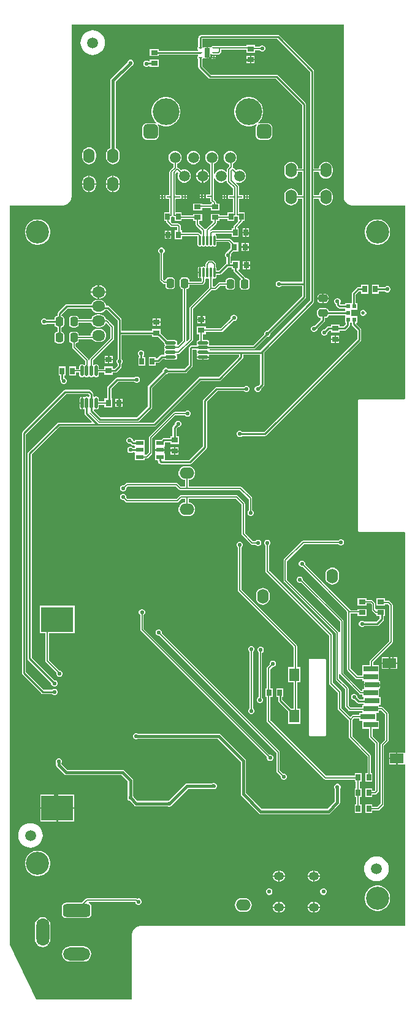
<source format=gbl>
G04*
G04 #@! TF.GenerationSoftware,Altium Limited,Altium Designer,24.0.1 (36)*
G04*
G04 Layer_Physical_Order=4*
G04 Layer_Color=16711680*
%FSLAX44Y44*%
%MOMM*%
G71*
G04*
G04 #@! TF.SameCoordinates,7A80B53C-B2C1-45D1-8136-E7169236FAC4*
G04*
G04*
G04 #@! TF.FilePolarity,Positive*
G04*
G01*
G75*
%ADD10C,0.2500*%
%ADD11C,0.2000*%
%ADD22R,0.8000X0.9000*%
%ADD23R,0.9000X0.6500*%
%ADD24R,0.9000X0.8000*%
%ADD28R,0.6500X0.9000*%
G04:AMPARAMS|DCode=31|XSize=1mm|YSize=1.3mm|CornerRadius=0.25mm|HoleSize=0mm|Usage=FLASHONLY|Rotation=0.000|XOffset=0mm|YOffset=0mm|HoleType=Round|Shape=RoundedRectangle|*
%AMROUNDEDRECTD31*
21,1,1.0000,0.8000,0,0,0.0*
21,1,0.5000,1.3000,0,0,0.0*
1,1,0.5000,0.2500,-0.4000*
1,1,0.5000,-0.2500,-0.4000*
1,1,0.5000,-0.2500,0.4000*
1,1,0.5000,0.2500,0.4000*
%
%ADD31ROUNDEDRECTD31*%
%ADD32R,0.3600X0.2500*%
G04:AMPARAMS|DCode=34|XSize=1mm|YSize=1.3mm|CornerRadius=0.25mm|HoleSize=0mm|Usage=FLASHONLY|Rotation=270.000|XOffset=0mm|YOffset=0mm|HoleType=Round|Shape=RoundedRectangle|*
%AMROUNDEDRECTD34*
21,1,1.0000,0.8000,0,0,270.0*
21,1,0.5000,1.3000,0,0,270.0*
1,1,0.5000,-0.4000,-0.2500*
1,1,0.5000,-0.4000,0.2500*
1,1,0.5000,0.4000,0.2500*
1,1,0.5000,0.4000,-0.2500*
%
%ADD34ROUNDEDRECTD34*%
%ADD80O,1.5700X2.0000*%
G04:AMPARAMS|DCode=82|XSize=1.8mm|YSize=3.8mm|CornerRadius=0.9mm|HoleSize=0mm|Usage=FLASHONLY|Rotation=0.000|XOffset=0mm|YOffset=0mm|HoleType=Round|Shape=RoundedRectangle|*
%AMROUNDEDRECTD82*
21,1,1.8000,2.0000,0,0,0.0*
21,1,0.0000,3.8000,0,0,0.0*
1,1,1.8000,0.0000,-1.0000*
1,1,1.8000,0.0000,-1.0000*
1,1,1.8000,0.0000,1.0000*
1,1,1.8000,0.0000,1.0000*
%
%ADD82ROUNDEDRECTD82*%
G04:AMPARAMS|DCode=83|XSize=3.7mm|YSize=1.8mm|CornerRadius=0.9mm|HoleSize=0mm|Usage=FLASHONLY|Rotation=0.000|XOffset=0mm|YOffset=0mm|HoleType=Round|Shape=RoundedRectangle|*
%AMROUNDEDRECTD83*
21,1,3.7000,0.0000,0,0,0.0*
21,1,1.9000,1.8000,0,0,0.0*
1,1,1.8000,0.9500,0.0000*
1,1,1.8000,-0.9500,0.0000*
1,1,1.8000,-0.9500,0.0000*
1,1,1.8000,0.9500,0.0000*
%
%ADD83ROUNDEDRECTD83*%
G04:AMPARAMS|DCode=84|XSize=3.8mm|YSize=1.8mm|CornerRadius=0.45mm|HoleSize=0mm|Usage=FLASHONLY|Rotation=0.000|XOffset=0mm|YOffset=0mm|HoleType=Round|Shape=RoundedRectangle|*
%AMROUNDEDRECTD84*
21,1,3.8000,0.9000,0,0,0.0*
21,1,2.9000,1.8000,0,0,0.0*
1,1,0.9000,1.4500,-0.4500*
1,1,0.9000,-1.4500,-0.4500*
1,1,0.9000,-1.4500,0.4500*
1,1,0.9000,1.4500,0.4500*
%
%ADD84ROUNDEDRECTD84*%
%ADD87O,2.0000X1.5700*%
%ADD95C,1.5000*%
%ADD97C,0.4000*%
%ADD99C,0.6000*%
%ADD101C,0.1530*%
%ADD102C,0.1700*%
%ADD104C,0.5000*%
%ADD105C,0.5700*%
%ADD106O,1.4000X1.1500*%
%ADD107C,3.2000*%
%ADD108O,1.8000X1.5000*%
G04:AMPARAMS|DCode=109|XSize=2mm|YSize=2mm|CornerRadius=0.5mm|HoleSize=0mm|Usage=FLASHONLY|Rotation=270.000|XOffset=0mm|YOffset=0mm|HoleType=Round|Shape=RoundedRectangle|*
%AMROUNDEDRECTD109*
21,1,2.0000,1.0000,0,0,270.0*
21,1,1.0000,2.0000,0,0,270.0*
1,1,1.0000,-0.5000,-0.5000*
1,1,1.0000,-0.5000,0.5000*
1,1,1.0000,0.5000,0.5000*
1,1,1.0000,0.5000,-0.5000*
%
%ADD109ROUNDEDRECTD109*%
%ADD110O,1.5000X1.5240*%
%ADD111C,3.7000*%
%ADD112C,0.5600*%
%ADD113C,0.5550*%
%ADD114R,4.5000X3.5000*%
%ADD115R,0.5220X0.6000*%
%ADD116R,0.1000X0.1000*%
%ADD117R,1.0500X0.6000*%
%ADD118R,2.0000X0.8000*%
%ADD119R,1.9000X1.4000*%
%ADD120R,1.4000X1.8000*%
G04:AMPARAMS|DCode=121|XSize=0.45mm|YSize=1.45mm|CornerRadius=0.1125mm|HoleSize=0mm|Usage=FLASHONLY|Rotation=0.000|XOffset=0mm|YOffset=0mm|HoleType=Round|Shape=RoundedRectangle|*
%AMROUNDEDRECTD121*
21,1,0.4500,1.2250,0,0,0.0*
21,1,0.2250,1.4500,0,0,0.0*
1,1,0.2250,0.1125,-0.6125*
1,1,0.2250,-0.1125,-0.6125*
1,1,0.2250,-0.1125,0.6125*
1,1,0.2250,0.1125,0.6125*
%
%ADD121ROUNDEDRECTD121*%
G04:AMPARAMS|DCode=122|XSize=0.3mm|YSize=1.35mm|CornerRadius=0.075mm|HoleSize=0mm|Usage=FLASHONLY|Rotation=0.000|XOffset=0mm|YOffset=0mm|HoleType=Round|Shape=RoundedRectangle|*
%AMROUNDEDRECTD122*
21,1,0.3000,1.2000,0,0,0.0*
21,1,0.1500,1.3500,0,0,0.0*
1,1,0.1500,0.0750,-0.6000*
1,1,0.1500,-0.0750,-0.6000*
1,1,0.1500,-0.0750,0.6000*
1,1,0.1500,0.0750,0.6000*
%
%ADD122ROUNDEDRECTD122*%
G04:AMPARAMS|DCode=123|XSize=0.45mm|YSize=1.45mm|CornerRadius=0.1125mm|HoleSize=0mm|Usage=FLASHONLY|Rotation=90.000|XOffset=0mm|YOffset=0mm|HoleType=Round|Shape=RoundedRectangle|*
%AMROUNDEDRECTD123*
21,1,0.4500,1.2250,0,0,90.0*
21,1,0.2250,1.4500,0,0,90.0*
1,1,0.2250,0.6125,0.1125*
1,1,0.2250,0.6125,-0.1125*
1,1,0.2250,-0.6125,-0.1125*
1,1,0.2250,-0.6125,0.1125*
%
%ADD123ROUNDEDRECTD123*%
G04:AMPARAMS|DCode=124|XSize=0.5mm|YSize=0.25mm|CornerRadius=0.125mm|HoleSize=0mm|Usage=FLASHONLY|Rotation=180.000|XOffset=0mm|YOffset=0mm|HoleType=Round|Shape=RoundedRectangle|*
%AMROUNDEDRECTD124*
21,1,0.5000,0.0000,0,0,180.0*
21,1,0.2500,0.2500,0,0,180.0*
1,1,0.2500,-0.1250,0.0000*
1,1,0.2500,0.1250,0.0000*
1,1,0.2500,0.1250,0.0000*
1,1,0.2500,-0.1250,0.0000*
%
%ADD124ROUNDEDRECTD124*%
%ADD125R,0.6500X1.3500*%
%ADD126C,0.1880*%
%ADD127C,0.1885*%
%ADD128C,0.1596*%
G36*
X463541Y1110418D02*
X463551Y1110368D01*
X463544Y1110318D01*
X463592Y1109338D01*
X463629Y1109191D01*
Y1109040D01*
X464011Y1107117D01*
X464088Y1106932D01*
X464127Y1106735D01*
X464877Y1104923D01*
X464989Y1104756D01*
X465066Y1104571D01*
X466155Y1102941D01*
X466297Y1102799D01*
X466408Y1102632D01*
X467794Y1101246D01*
X467962Y1101134D01*
X468103Y1100992D01*
X469734Y1099903D01*
X469919Y1099826D01*
X470086Y1099715D01*
X471897Y1098964D01*
X472094Y1098925D01*
X472280Y1098848D01*
X474202Y1098466D01*
X474343D01*
X474480Y1098430D01*
X475460Y1098372D01*
X475520Y1098381D01*
X475580Y1098369D01*
X548541D01*
Y831650D01*
X547271Y830801D01*
X547082Y830880D01*
X485182D01*
X484003Y830391D01*
X483515Y829213D01*
Y649213D01*
X484003Y648034D01*
X485182Y647546D01*
X547082D01*
X547271Y647624D01*
X548541Y646776D01*
Y343822D01*
X547500Y343270D01*
X547271Y343270D01*
X537980D01*
Y335250D01*
Y327230D01*
X547271D01*
X547500Y327230D01*
X548541Y326678D01*
Y104831D01*
X547643Y103933D01*
X183280Y103947D01*
X183230Y103937D01*
X183180Y103944D01*
X182200Y103896D01*
X182054Y103860D01*
X181902D01*
X179980Y103477D01*
X179794Y103400D01*
X179597Y103361D01*
X177786Y102611D01*
X177619Y102499D01*
X177433Y102422D01*
X175804Y101333D01*
X175662Y101191D01*
X175494Y101080D01*
X174108Y99694D01*
X173997Y99527D01*
X173855Y99385D01*
X172766Y97755D01*
X172689Y97569D01*
X172577Y97402D01*
X171827Y95591D01*
X171788Y95394D01*
X171711Y95209D01*
X171329Y93286D01*
Y93135D01*
X171292Y92988D01*
X171244Y92008D01*
X171251Y91958D01*
X171241Y91908D01*
X171240Y2447D01*
X38863D01*
X2619Y77872D01*
Y1098369D01*
X75581Y1098379D01*
X75630Y1098389D01*
X75680Y1098381D01*
X76660Y1098429D01*
X76807Y1098466D01*
X76958D01*
X78881Y1098848D01*
X79067Y1098925D01*
X79264Y1098964D01*
X81075Y1099715D01*
X81242Y1099826D01*
X81427Y1099903D01*
X83057Y1100992D01*
X83199Y1101134D01*
X83366Y1101246D01*
X84752Y1102632D01*
X84864Y1102799D01*
X85006Y1102941D01*
X86095Y1104571D01*
X86172Y1104756D01*
X86283Y1104923D01*
X87034Y1106735D01*
X87073Y1106932D01*
X87150Y1107117D01*
X87532Y1109040D01*
Y1109191D01*
X87569Y1109337D01*
X87617Y1110318D01*
X87610Y1110368D01*
X87619Y1110418D01*
Y1348392D01*
X463541D01*
Y1110418D01*
D02*
G37*
%LPC*%
G36*
X373000Y1333845D02*
X266964D01*
X265876Y1333628D01*
X264953Y1333011D01*
X264953Y1333011D01*
X263489Y1331547D01*
X262872Y1330624D01*
X262655Y1329536D01*
Y1317790D01*
X262239Y1317511D01*
X261622Y1316589D01*
X261405Y1315500D01*
X261622Y1314411D01*
X262239Y1313488D01*
X262798Y1313115D01*
X262413Y1311845D01*
X208040D01*
Y1314040D01*
X195960D01*
Y1304460D01*
X208040D01*
Y1306155D01*
X262413D01*
X262798Y1304885D01*
X262239Y1304512D01*
X261622Y1303589D01*
X261405Y1302500D01*
X261622Y1301411D01*
X262239Y1300488D01*
X262655Y1300210D01*
Y1289500D01*
X262872Y1288411D01*
X263489Y1287489D01*
X276989Y1273988D01*
X277911Y1273372D01*
X279000Y1273155D01*
X369822D01*
X406155Y1236822D01*
Y1149350D01*
X400445D01*
X400148Y1151601D01*
X399202Y1153885D01*
X397697Y1155847D01*
X395736Y1157352D01*
X393451Y1158298D01*
X391000Y1158621D01*
X388549Y1158298D01*
X386264Y1157352D01*
X384303Y1155847D01*
X382798Y1153885D01*
X381852Y1151601D01*
X381529Y1149150D01*
Y1144850D01*
X381852Y1142399D01*
X382798Y1140115D01*
X384303Y1138153D01*
X386264Y1136648D01*
X388549Y1135702D01*
X391000Y1135379D01*
X393451Y1135702D01*
X395736Y1136648D01*
X397697Y1138153D01*
X399202Y1140115D01*
X400148Y1142399D01*
X400445Y1144650D01*
X406155D01*
Y1112350D01*
X400445D01*
X400148Y1114601D01*
X399202Y1116886D01*
X397697Y1118847D01*
X395736Y1120352D01*
X393451Y1121298D01*
X391000Y1121621D01*
X388549Y1121298D01*
X386264Y1120352D01*
X384303Y1118847D01*
X382798Y1116886D01*
X381852Y1114601D01*
X381529Y1112150D01*
Y1107850D01*
X381852Y1105399D01*
X382798Y1103114D01*
X384303Y1101153D01*
X386264Y1099648D01*
X388549Y1098702D01*
X391000Y1098379D01*
X393451Y1098702D01*
X395736Y1099648D01*
X397697Y1101153D01*
X399202Y1103114D01*
X400148Y1105399D01*
X400445Y1107650D01*
X406155D01*
Y992845D01*
X377293D01*
X376458Y993679D01*
X374863Y994340D01*
X373137D01*
X371542Y993679D01*
X370321Y992458D01*
X369660Y990863D01*
Y989137D01*
X370321Y987542D01*
X371542Y986321D01*
X373137Y985660D01*
X374863D01*
X376458Y986321D01*
X377293Y987155D01*
X406155D01*
Y973178D01*
X358317Y925340D01*
X357137D01*
X355542Y924679D01*
X354321Y923458D01*
X353660Y921863D01*
Y920683D01*
X338447Y905470D01*
X278667D01*
X278017Y906397D01*
X277916Y906740D01*
X278092Y907625D01*
Y909875D01*
X277885Y910915D01*
X277296Y911796D01*
X276415Y912385D01*
X275375Y912592D01*
X269590D01*
Y920460D01*
X273040D01*
Y923410D01*
X295000D01*
X295991Y923607D01*
X296831Y924169D01*
X311348Y938685D01*
X312858D01*
X314444Y939342D01*
X315658Y940556D01*
X316315Y942142D01*
Y943858D01*
X315658Y945444D01*
X314444Y946658D01*
X312858Y947315D01*
X311142D01*
X309556Y946658D01*
X308342Y945444D01*
X307685Y943858D01*
Y942347D01*
X293927Y928590D01*
X273040D01*
Y931540D01*
X260960D01*
Y920460D01*
X264410D01*
Y912592D01*
X263125D01*
X262085Y912385D01*
X261204Y911796D01*
X260615Y910915D01*
X260408Y909875D01*
Y907625D01*
X260615Y906585D01*
X260762Y906365D01*
X260083Y905095D01*
X253250D01*
X253250Y905095D01*
X252161Y904878D01*
X251238Y904261D01*
X251238Y904261D01*
X250238Y903261D01*
X249622Y902339D01*
X249405Y901250D01*
Y878428D01*
X243822Y872845D01*
X221293D01*
X220458Y873679D01*
X218863Y874340D01*
X217137D01*
X215542Y873679D01*
X214321Y872458D01*
X213660Y870863D01*
Y869683D01*
X193988Y850012D01*
X193372Y849089D01*
X193155Y848000D01*
Y821178D01*
X177822Y805845D01*
X128178D01*
X118298Y815725D01*
X118393Y816384D01*
X119416Y817011D01*
X119741Y817084D01*
X120625Y816908D01*
X122875D01*
X123915Y817115D01*
X124796Y817704D01*
X125385Y818585D01*
X125592Y819625D01*
Y823400D01*
X132960D01*
Y819960D01*
X144040D01*
Y832040D01*
X142845D01*
Y845822D01*
X152178Y855155D01*
X174707D01*
X175542Y854321D01*
X177137Y853660D01*
X178863D01*
X180458Y854321D01*
X181679Y855542D01*
X182340Y857137D01*
Y858863D01*
X181679Y860458D01*
X180458Y861679D01*
X178863Y862340D01*
X177137D01*
X175542Y861679D01*
X174707Y860845D01*
X151000D01*
X149911Y860628D01*
X148989Y860012D01*
X148988Y860011D01*
X137989Y849012D01*
X137372Y848089D01*
X137155Y847000D01*
Y832040D01*
X132960D01*
Y828100D01*
X125592D01*
Y831875D01*
X125385Y832915D01*
X124796Y833796D01*
X123915Y834385D01*
X122875Y834592D01*
X120625D01*
X119585Y834385D01*
X119099Y834061D01*
X117865Y834613D01*
X117845Y834633D01*
Y838000D01*
X117845Y838000D01*
X117628Y839089D01*
X117011Y840012D01*
X114011Y843011D01*
X113089Y843628D01*
X112000Y843845D01*
X79000D01*
X77911Y843628D01*
X76989Y843011D01*
X19988Y786012D01*
X19372Y785089D01*
X19155Y784000D01*
Y453000D01*
X19372Y451911D01*
X19988Y450989D01*
X45988Y424989D01*
X46911Y424372D01*
X48000Y424155D01*
X48000Y424155D01*
X60707D01*
X61542Y423321D01*
X63137Y422660D01*
X64863D01*
X66458Y423321D01*
X67679Y424542D01*
X68340Y426137D01*
Y427863D01*
X67679Y429458D01*
X66458Y430679D01*
X64863Y431340D01*
X63137D01*
X61542Y430679D01*
X60707Y429845D01*
X49178D01*
X24845Y454178D01*
Y782822D01*
X80178Y838155D01*
X110822D01*
X112155Y836822D01*
Y835084D01*
X110916Y834386D01*
X110885Y834391D01*
X109875Y834592D01*
X107625D01*
X106585Y834385D01*
X105704Y833796D01*
X104233Y833881D01*
X104212Y833895D01*
X103375Y834062D01*
X103250D01*
Y825750D01*
Y817438D01*
X103375D01*
X104212Y817605D01*
X104233Y817619D01*
X104770Y817650D01*
X105905Y816614D01*
Y811250D01*
X106122Y810161D01*
X106739Y809239D01*
X115959Y800018D01*
X115473Y798845D01*
X70000D01*
X68911Y798628D01*
X67989Y798011D01*
X27989Y758011D01*
X27372Y757089D01*
X27155Y756000D01*
Y473000D01*
X27372Y471911D01*
X27989Y470989D01*
X59660Y439317D01*
Y438137D01*
X60321Y436542D01*
X61542Y435321D01*
X63137Y434660D01*
X64863D01*
X66458Y435321D01*
X67679Y436542D01*
X68340Y438137D01*
Y439863D01*
X67679Y441458D01*
X66458Y442679D01*
X64863Y443340D01*
X63683D01*
X32845Y474178D01*
Y754822D01*
X71178Y793155D01*
X202000D01*
X203089Y793372D01*
X204011Y793988D01*
X266178Y856155D01*
X292000D01*
X293089Y856372D01*
X294011Y856989D01*
X324106Y887083D01*
X324106Y887083D01*
X324723Y888006D01*
X324939Y889095D01*
X324939Y889095D01*
Y892530D01*
X348155D01*
Y852178D01*
X345317Y849340D01*
X344137D01*
X342542Y848679D01*
X341321Y847458D01*
X340660Y845863D01*
Y844137D01*
X341321Y842542D01*
X342542Y841321D01*
X344137Y840660D01*
X345863D01*
X347458Y841321D01*
X348679Y842542D01*
X349340Y844137D01*
Y845317D01*
X353012Y848988D01*
X353628Y849911D01*
X353845Y851000D01*
Y895822D01*
X422011Y963988D01*
X422011Y963988D01*
X422628Y964911D01*
X422845Y966000D01*
X422845Y966000D01*
Y1107650D01*
X429555D01*
X429852Y1105399D01*
X430798Y1103114D01*
X432303Y1101153D01*
X434264Y1099648D01*
X436549Y1098702D01*
X439000Y1098379D01*
X441451Y1098702D01*
X443736Y1099648D01*
X445697Y1101153D01*
X447202Y1103114D01*
X448148Y1105399D01*
X448471Y1107850D01*
Y1112150D01*
X448148Y1114601D01*
X447202Y1116886D01*
X445697Y1118847D01*
X443736Y1120352D01*
X441451Y1121298D01*
X439000Y1121621D01*
X436549Y1121298D01*
X434264Y1120352D01*
X432303Y1118847D01*
X430798Y1116886D01*
X429852Y1114601D01*
X429555Y1112350D01*
X422845D01*
Y1144650D01*
X429555D01*
X429852Y1142399D01*
X430798Y1140115D01*
X432303Y1138153D01*
X434264Y1136648D01*
X436549Y1135702D01*
X439000Y1135379D01*
X441451Y1135702D01*
X443736Y1136648D01*
X445697Y1138153D01*
X447202Y1140115D01*
X448148Y1142399D01*
X448471Y1144850D01*
Y1149150D01*
X448148Y1151601D01*
X447202Y1153885D01*
X445697Y1155847D01*
X443736Y1157352D01*
X441451Y1158298D01*
X439000Y1158621D01*
X436549Y1158298D01*
X434264Y1157352D01*
X432303Y1155847D01*
X430798Y1153885D01*
X429852Y1151601D01*
X429555Y1149350D01*
X422845D01*
Y1284000D01*
X422628Y1285089D01*
X422011Y1286012D01*
X375011Y1333011D01*
X374089Y1333628D01*
X373000Y1333845D01*
D02*
G37*
G36*
X117000Y1340022D02*
X113679Y1339695D01*
X110486Y1338726D01*
X107543Y1337153D01*
X104964Y1335036D01*
X102847Y1332457D01*
X101274Y1329514D01*
X100305Y1326321D01*
X99978Y1323000D01*
X100305Y1319679D01*
X101274Y1316486D01*
X102847Y1313543D01*
X104964Y1310964D01*
X107543Y1308847D01*
X110486Y1307274D01*
X113679Y1306305D01*
X117000Y1305978D01*
X120321Y1306305D01*
X123514Y1307274D01*
X126457Y1308847D01*
X129036Y1310964D01*
X131153Y1313543D01*
X132726Y1316486D01*
X133695Y1319679D01*
X134022Y1323000D01*
X133695Y1326321D01*
X132726Y1329514D01*
X131153Y1332457D01*
X129036Y1335036D01*
X126457Y1337153D01*
X123514Y1338726D01*
X120321Y1339695D01*
X117000Y1340022D01*
D02*
G37*
G36*
X208040Y1299540D02*
X195960D01*
Y1297220D01*
X193883D01*
X193444Y1297658D01*
X191858Y1298315D01*
X190142D01*
X188556Y1297658D01*
X187342Y1296444D01*
X186685Y1294858D01*
Y1293142D01*
X187342Y1291556D01*
X188556Y1290342D01*
X190142Y1289685D01*
X191858D01*
X193444Y1290342D01*
X194633Y1291530D01*
X195960D01*
Y1289960D01*
X208040D01*
Y1299540D01*
D02*
G37*
G36*
X220044Y1247860D02*
X216096D01*
X212225Y1247090D01*
X208577Y1245579D01*
X205295Y1243386D01*
X202504Y1240595D01*
X200311Y1237312D01*
X198800Y1233665D01*
X198030Y1229794D01*
Y1225846D01*
X198800Y1221974D01*
X200311Y1218327D01*
X202504Y1215045D01*
X205052Y1212497D01*
X204333Y1211420D01*
X203677Y1211692D01*
X201970Y1211916D01*
X191970D01*
X190263Y1211692D01*
X188672Y1211033D01*
X187306Y1209984D01*
X186257Y1208618D01*
X185598Y1207027D01*
X185373Y1205320D01*
Y1195320D01*
X185598Y1193613D01*
X186257Y1192022D01*
X187306Y1190656D01*
X188672Y1189607D01*
X190263Y1188948D01*
X191970Y1188724D01*
X201970D01*
X203677Y1188948D01*
X205268Y1189607D01*
X206634Y1190656D01*
X207683Y1192022D01*
X208342Y1193613D01*
X208566Y1195320D01*
Y1205320D01*
X208342Y1207027D01*
X207683Y1208618D01*
X206875Y1209671D01*
X207755Y1210611D01*
X208577Y1210061D01*
X212225Y1208550D01*
X216096Y1207780D01*
X220044D01*
X223915Y1208550D01*
X227563Y1210061D01*
X230845Y1212254D01*
X233636Y1215045D01*
X235829Y1218327D01*
X237340Y1221974D01*
X238110Y1225846D01*
Y1229794D01*
X237340Y1233665D01*
X235829Y1237312D01*
X233636Y1240595D01*
X230845Y1243386D01*
X227563Y1245579D01*
X223915Y1247090D01*
X220044Y1247860D01*
D02*
G37*
G36*
X334344D02*
X330396D01*
X326525Y1247090D01*
X322877Y1245579D01*
X319595Y1243386D01*
X316804Y1240595D01*
X314611Y1237312D01*
X313100Y1233665D01*
X312330Y1229794D01*
Y1225846D01*
X313100Y1221974D01*
X314611Y1218327D01*
X316804Y1215045D01*
X319595Y1212254D01*
X322877Y1210061D01*
X326525Y1208550D01*
X330396Y1207780D01*
X334344D01*
X338215Y1208550D01*
X341862Y1210061D01*
X342685Y1210611D01*
X343565Y1209671D01*
X342757Y1208618D01*
X342098Y1207027D01*
X341874Y1205320D01*
Y1195320D01*
X342098Y1193613D01*
X342757Y1192022D01*
X343806Y1190656D01*
X345172Y1189607D01*
X346763Y1188948D01*
X348470Y1188724D01*
X358470D01*
X360177Y1188948D01*
X361768Y1189607D01*
X363134Y1190656D01*
X364183Y1192022D01*
X364842Y1193613D01*
X365066Y1195320D01*
Y1205320D01*
X364842Y1207027D01*
X364183Y1208618D01*
X363134Y1209984D01*
X361768Y1211033D01*
X360177Y1211692D01*
X358470Y1211916D01*
X348470D01*
X346763Y1211692D01*
X346107Y1211420D01*
X345387Y1212497D01*
X347936Y1215045D01*
X350129Y1218327D01*
X351640Y1221974D01*
X352410Y1225846D01*
Y1229794D01*
X351640Y1233665D01*
X350129Y1237312D01*
X347936Y1240595D01*
X345145Y1243386D01*
X341862Y1245579D01*
X338215Y1247090D01*
X334344Y1247860D01*
D02*
G37*
G36*
X169863Y1299340D02*
X168137D01*
X166542Y1298679D01*
X165321Y1297458D01*
X164660Y1295863D01*
Y1295764D01*
X142448Y1273552D01*
X141665Y1272381D01*
X141391Y1271000D01*
Y1177819D01*
X140265Y1177352D01*
X138303Y1175847D01*
X136798Y1173885D01*
X135852Y1171601D01*
X135529Y1169150D01*
Y1164850D01*
X135852Y1162399D01*
X136798Y1160115D01*
X138303Y1158153D01*
X140265Y1156648D01*
X142549Y1155702D01*
X145000Y1155379D01*
X147451Y1155702D01*
X149735Y1156648D01*
X151697Y1158153D01*
X153202Y1160115D01*
X154148Y1162399D01*
X154471Y1164850D01*
Y1169150D01*
X154148Y1171601D01*
X153202Y1173885D01*
X151697Y1175847D01*
X149735Y1177352D01*
X148609Y1177819D01*
Y1269505D01*
X169764Y1290660D01*
X169863D01*
X171458Y1291321D01*
X172679Y1292542D01*
X173340Y1294137D01*
Y1295863D01*
X172679Y1297458D01*
X171458Y1298679D01*
X169863Y1299340D01*
D02*
G37*
G36*
X112000Y1178621D02*
X109549Y1178298D01*
X107264Y1177352D01*
X105303Y1175847D01*
X103798Y1173885D01*
X102852Y1171601D01*
X102529Y1169150D01*
Y1164850D01*
X102852Y1162399D01*
X103798Y1160115D01*
X105303Y1158153D01*
X107264Y1156648D01*
X109549Y1155702D01*
X112000Y1155379D01*
X114451Y1155702D01*
X116735Y1156648D01*
X118697Y1158153D01*
X120202Y1160115D01*
X121148Y1162399D01*
X121471Y1164850D01*
Y1169150D01*
X121148Y1171601D01*
X120202Y1173885D01*
X118697Y1175847D01*
X116735Y1177352D01*
X114451Y1178298D01*
X112000Y1178621D01*
D02*
G37*
G36*
X256170Y1173558D02*
X253810Y1173247D01*
X251611Y1172336D01*
X249723Y1170887D01*
X248274Y1168999D01*
X247363Y1166800D01*
X247052Y1164440D01*
Y1164200D01*
X247363Y1161840D01*
X248274Y1159641D01*
X249723Y1157753D01*
X251611Y1156304D01*
X253810Y1155393D01*
X256170Y1155082D01*
X258530Y1155393D01*
X260729Y1156304D01*
X262617Y1157753D01*
X264066Y1159641D01*
X264977Y1161840D01*
X265288Y1164200D01*
Y1164440D01*
X264977Y1166800D01*
X264066Y1168999D01*
X262617Y1170887D01*
X260729Y1172336D01*
X258530Y1173247D01*
X256170Y1173558D01*
D02*
G37*
G36*
X306970D02*
X304610Y1173247D01*
X302411Y1172336D01*
X300523Y1170887D01*
X299074Y1168999D01*
X298163Y1166800D01*
X297852Y1164440D01*
Y1164200D01*
X298163Y1161840D01*
X299074Y1159641D01*
X300523Y1157753D01*
X302411Y1156304D01*
X304610Y1155393D01*
X305855Y1155229D01*
Y1152503D01*
X303143Y1149791D01*
X302595Y1148970D01*
X302402Y1148001D01*
Y1145378D01*
X301132Y1144947D01*
X300717Y1145487D01*
X298829Y1146936D01*
X296630Y1147847D01*
X294270Y1148158D01*
X291910Y1147847D01*
X289711Y1146936D01*
X287823Y1145487D01*
X286374Y1143599D01*
X285808Y1142233D01*
X284538Y1142485D01*
Y1155644D01*
X286129Y1156304D01*
X288017Y1157753D01*
X289466Y1159641D01*
X290377Y1161840D01*
X290688Y1164200D01*
Y1164440D01*
X290377Y1166800D01*
X289466Y1168999D01*
X288017Y1170887D01*
X286129Y1172336D01*
X283930Y1173247D01*
X281570Y1173558D01*
X279210Y1173247D01*
X277011Y1172336D01*
X275123Y1170887D01*
X273673Y1168999D01*
X272763Y1166800D01*
X272452Y1164440D01*
Y1164200D01*
X272763Y1161840D01*
X273673Y1159641D01*
X275123Y1157753D01*
X277011Y1156304D01*
X279210Y1155393D01*
X279480Y1155357D01*
Y1113630D01*
X273115D01*
Y1108050D01*
X279480D01*
Y1105415D01*
X279673Y1104447D01*
X280221Y1103627D01*
X281538Y1102310D01*
X281012Y1101040D01*
X279960D01*
Y1099529D01*
X268040D01*
Y1101040D01*
X255960D01*
Y1091460D01*
X268040D01*
Y1094471D01*
X279960D01*
Y1091460D01*
X292040D01*
Y1101040D01*
X287529D01*
Y1102424D01*
X287336Y1103392D01*
X286788Y1104212D01*
X284538Y1106462D01*
Y1111000D01*
Y1135355D01*
X285808Y1135607D01*
X286374Y1134241D01*
X287823Y1132353D01*
X289711Y1130904D01*
X291910Y1129993D01*
X294270Y1129682D01*
X296630Y1129993D01*
X298829Y1130904D01*
X300717Y1132353D01*
X301132Y1132893D01*
X302402Y1132462D01*
Y1131423D01*
X302595Y1130454D01*
X303143Y1129633D01*
X310469Y1122308D01*
Y1112790D01*
X303860D01*
Y1107210D01*
X310469D01*
Y1089193D01*
X302992D01*
Y1084737D01*
X292040D01*
Y1086540D01*
X279960D01*
Y1076960D01*
X282878D01*
X283111Y1075690D01*
X273274Y1065854D01*
X273168Y1065790D01*
X271832D01*
X271726Y1065854D01*
X264531Y1073048D01*
Y1076960D01*
X268040D01*
Y1086540D01*
X255960D01*
Y1084873D01*
X239790D01*
Y1088740D01*
X231531D01*
Y1106869D01*
X232660Y1107210D01*
X232660Y1107210D01*
Y1107210D01*
X232660Y1107210D01*
X239340D01*
Y1112790D01*
X232660D01*
X232660Y1112790D01*
Y1112790D01*
X232660Y1112790D01*
X231531Y1113131D01*
Y1142610D01*
X233925Y1145005D01*
X235503Y1143428D01*
X234663Y1141400D01*
X234352Y1139040D01*
Y1138800D01*
X234663Y1136440D01*
X235574Y1134241D01*
X237023Y1132353D01*
X238911Y1130904D01*
X241110Y1129993D01*
X243470Y1129682D01*
X245830Y1129993D01*
X248029Y1130904D01*
X249917Y1132353D01*
X251366Y1134241D01*
X252277Y1136440D01*
X252588Y1138800D01*
Y1139040D01*
X252277Y1141400D01*
X251366Y1143599D01*
X249917Y1145487D01*
X248029Y1146936D01*
X245830Y1147847D01*
X243470Y1148158D01*
X241110Y1147847D01*
X239082Y1147007D01*
X236496Y1149593D01*
X235675Y1150142D01*
X234706Y1150335D01*
X233301D01*
Y1155464D01*
X235329Y1156304D01*
X237217Y1157753D01*
X238666Y1159641D01*
X239577Y1161840D01*
X239888Y1164200D01*
Y1164440D01*
X239577Y1166800D01*
X238666Y1168999D01*
X237217Y1170887D01*
X235329Y1172336D01*
X233130Y1173247D01*
X230770Y1173558D01*
X228410Y1173247D01*
X226211Y1172336D01*
X224323Y1170887D01*
X222873Y1168999D01*
X221963Y1166800D01*
X221652Y1164440D01*
Y1164200D01*
X221963Y1161840D01*
X222873Y1159641D01*
X224323Y1157753D01*
X226211Y1156304D01*
X228239Y1155464D01*
Y1151321D01*
X223785Y1146867D01*
X223237Y1146046D01*
X223044Y1145078D01*
Y1112790D01*
X217860D01*
Y1107210D01*
X223044D01*
Y1088740D01*
X215710D01*
Y1076661D01*
X218088D01*
Y1076477D01*
X218281Y1075509D01*
X218829Y1074688D01*
X224395Y1069122D01*
X225216Y1068574D01*
X226185Y1068381D01*
X233469D01*
Y1064040D01*
X230460D01*
Y1051960D01*
X240040D01*
Y1055614D01*
X261911D01*
Y1050808D01*
X261915Y1050789D01*
Y1044250D01*
X262093Y1043356D01*
X262599Y1042599D01*
X263356Y1042093D01*
X264250Y1041915D01*
X265750D01*
X266644Y1042093D01*
X267401Y1042599D01*
X267599D01*
X268356Y1042093D01*
X269250Y1041915D01*
X270750D01*
X271644Y1042093D01*
X272500Y1042547D01*
X273356Y1042093D01*
X274250Y1041915D01*
X275750D01*
X276644Y1042093D01*
X277401Y1042599D01*
X277599D01*
X278356Y1042093D01*
X279250Y1041915D01*
X280750D01*
X281644Y1042093D01*
X282500Y1042547D01*
X283356Y1042093D01*
X284250Y1041915D01*
X285750D01*
X286644Y1042093D01*
X287401Y1042599D01*
X287907Y1043356D01*
X288085Y1044250D01*
Y1047900D01*
X304776D01*
X306960Y1045716D01*
Y1038983D01*
X302572Y1034595D01*
X302095Y1033882D01*
X301556Y1033658D01*
X300342Y1032444D01*
X299685Y1030858D01*
Y1029142D01*
X300342Y1027556D01*
X301556Y1026342D01*
X301739Y1026266D01*
Y1018671D01*
X301521Y1018628D01*
X300599Y1018011D01*
X291182Y1008595D01*
X288085D01*
Y1011750D01*
X287907Y1012644D01*
X287401Y1013401D01*
X287350Y1013435D01*
Y1017000D01*
X287350Y1017000D01*
X287171Y1017899D01*
X286662Y1018662D01*
X283662Y1021662D01*
X282899Y1022171D01*
X282000Y1022350D01*
X278000D01*
X278000Y1022350D01*
X277101Y1022171D01*
X276338Y1021662D01*
X273338Y1018662D01*
X272829Y1017899D01*
X272650Y1017000D01*
Y1014762D01*
X272274Y1014443D01*
X271380Y1013960D01*
X270750Y1014085D01*
X269250D01*
X268356Y1013907D01*
X267599Y1013401D01*
X266441Y1013417D01*
X266000Y1013505D01*
Y1005750D01*
Y997995D01*
X266441Y998083D01*
X267650Y997363D01*
Y993973D01*
X267027Y993350D01*
X250619D01*
Y995000D01*
X250306Y996576D01*
X249413Y997913D01*
X248076Y998806D01*
X246500Y999119D01*
X241500D01*
X239924Y998806D01*
X238587Y997913D01*
X237694Y996576D01*
X237381Y995000D01*
Y987000D01*
X237694Y985424D01*
X238587Y984087D01*
X239924Y983194D01*
X241500Y982881D01*
X241650D01*
Y912297D01*
X235012Y905660D01*
X233475Y905917D01*
X233249Y906382D01*
X233385Y906585D01*
X233592Y907625D01*
Y909875D01*
X233385Y910915D01*
X232796Y911796D01*
X231915Y912385D01*
X230875Y912592D01*
X219931D01*
X211040Y921483D01*
Y928040D01*
X198960D01*
Y925345D01*
X156845D01*
Y941000D01*
X156628Y942089D01*
X156011Y943011D01*
X139761Y959261D01*
X138839Y959878D01*
X137750Y960095D01*
X135474D01*
X135307Y961360D01*
X134396Y963559D01*
X132947Y965447D01*
X131059Y966896D01*
X128860Y967807D01*
X126500Y968118D01*
X123500D01*
X121140Y967807D01*
X118941Y966896D01*
X117053Y965447D01*
X115604Y963559D01*
X114894Y961845D01*
X81000D01*
X81000Y961845D01*
X79911Y961628D01*
X78988Y961012D01*
X68988Y951011D01*
X68372Y950089D01*
X68155Y949000D01*
Y946051D01*
X66924Y945806D01*
X65587Y944913D01*
X64694Y943576D01*
X64381Y942000D01*
Y940845D01*
X53293D01*
X52458Y941679D01*
X50863Y942340D01*
X49137D01*
X47542Y941679D01*
X46321Y940458D01*
X45660Y938863D01*
Y937137D01*
X46321Y935542D01*
X47542Y934321D01*
X49137Y933660D01*
X50863D01*
X52458Y934321D01*
X53293Y935155D01*
X64381D01*
Y934000D01*
X64694Y932424D01*
X65587Y931087D01*
X66924Y930194D01*
X68155Y929949D01*
Y924051D01*
X66924Y923806D01*
X65587Y922913D01*
X64694Y921576D01*
X64381Y920000D01*
Y912000D01*
X64694Y910424D01*
X65587Y909087D01*
X66924Y908194D01*
X68500Y907881D01*
X73500D01*
X75076Y908194D01*
X76413Y909087D01*
X77305Y910424D01*
X77619Y912000D01*
Y920000D01*
X77305Y921576D01*
X76413Y922913D01*
X75076Y923806D01*
X73845Y924051D01*
Y929949D01*
X75076Y930194D01*
X76413Y931087D01*
X77305Y932424D01*
X77619Y934000D01*
Y942000D01*
X77305Y943576D01*
X76413Y944913D01*
X75076Y945806D01*
X73845Y946051D01*
Y947822D01*
X82178Y956155D01*
X114894D01*
X115604Y954441D01*
X117053Y952553D01*
X118941Y951104D01*
X121140Y950193D01*
X123500Y949882D01*
X126500D01*
X128860Y950193D01*
X131059Y951104D01*
X132947Y952553D01*
X134369Y954405D01*
X136572D01*
X151155Y939822D01*
Y922000D01*
Y886293D01*
X150321Y885458D01*
X149660Y883863D01*
Y882137D01*
X150321Y880542D01*
X151155Y879707D01*
Y877178D01*
X147322Y873345D01*
X145040D01*
Y876040D01*
X132960D01*
Y872600D01*
X125592D01*
Y876375D01*
X125385Y877415D01*
X124796Y878296D01*
X123915Y878885D01*
X122875Y879092D01*
X120625D01*
X119585Y878885D01*
X118704Y878296D01*
X118371D01*
X117350Y879078D01*
Y884625D01*
X145662Y912936D01*
X146171Y913699D01*
X146350Y914598D01*
Y931000D01*
X146171Y931899D01*
X145662Y932662D01*
X137662Y940662D01*
X136899Y941171D01*
X136000Y941350D01*
X135309D01*
X135307Y941360D01*
X134396Y943559D01*
X132947Y945447D01*
X131059Y946896D01*
X128860Y947807D01*
X126500Y948118D01*
X123500D01*
X121140Y947807D01*
X118941Y946896D01*
X117053Y945447D01*
X115604Y943559D01*
X114693Y941360D01*
X114691Y941350D01*
X97619D01*
Y942000D01*
X97305Y943576D01*
X96413Y944913D01*
X95076Y945806D01*
X93500Y946119D01*
X88500D01*
X86924Y945806D01*
X85587Y944913D01*
X84694Y943576D01*
X84381Y942000D01*
Y934000D01*
X84694Y932424D01*
X85587Y931087D01*
X86924Y930194D01*
X88500Y929881D01*
X93500D01*
X95076Y930194D01*
X96413Y931087D01*
X97305Y932424D01*
X97619Y934000D01*
Y936650D01*
X114691D01*
X114693Y936640D01*
X115604Y934441D01*
X117053Y932553D01*
X118941Y931104D01*
X121140Y930193D01*
X123500Y929882D01*
X126500D01*
X128860Y930193D01*
X131059Y931104D01*
X132947Y932553D01*
X134396Y934441D01*
X134790Y935393D01*
X136036Y935640D01*
X141650Y930026D01*
Y915572D01*
X113338Y887260D01*
X112829Y886498D01*
X112650Y885598D01*
Y880565D01*
X112000Y880190D01*
X111350Y880565D01*
Y885000D01*
X111171Y885899D01*
X110662Y886662D01*
X93350Y903973D01*
Y907881D01*
X93500D01*
X95076Y908194D01*
X96413Y909087D01*
X97305Y910424D01*
X97619Y912000D01*
Y913650D01*
X116211D01*
X117053Y912553D01*
X118941Y911104D01*
X121140Y910193D01*
X123500Y909882D01*
X126500D01*
X128860Y910193D01*
X131059Y911104D01*
X132947Y912553D01*
X134396Y914441D01*
X135307Y916640D01*
X135618Y919000D01*
X135307Y921360D01*
X134396Y923559D01*
X132947Y925447D01*
X131059Y926896D01*
X128860Y927807D01*
X126500Y928118D01*
X123500D01*
X121140Y927807D01*
X118941Y926896D01*
X117053Y925447D01*
X115604Y923559D01*
X114693Y921360D01*
X114382Y919000D01*
X113812Y918350D01*
X97619D01*
Y920000D01*
X97305Y921576D01*
X96413Y922913D01*
X95076Y923806D01*
X93500Y924119D01*
X88500D01*
X86924Y923806D01*
X85587Y922913D01*
X84694Y921576D01*
X84381Y920000D01*
Y912000D01*
X84694Y910424D01*
X85587Y909087D01*
X86924Y908194D01*
X88500Y907881D01*
X88650D01*
Y903000D01*
X88829Y902101D01*
X89338Y901338D01*
X106650Y884026D01*
Y878898D01*
X106585Y878885D01*
X105704Y878296D01*
X105296D01*
X104415Y878885D01*
X103375Y879092D01*
X101125D01*
X100085Y878885D01*
X99204Y878296D01*
X98615Y877415D01*
X98408Y876375D01*
Y872600D01*
X94040D01*
Y876040D01*
X84460D01*
Y863960D01*
X94040D01*
Y867900D01*
X98408D01*
Y864125D01*
X98615Y863085D01*
X99204Y862204D01*
X100085Y861615D01*
X101125Y861408D01*
X103375D01*
X104415Y861615D01*
X105296Y862204D01*
X105704D01*
X106585Y861615D01*
X107625Y861408D01*
X109875D01*
X110915Y861615D01*
X111022Y861686D01*
X112000Y862114D01*
X112978Y861686D01*
X113085Y861615D01*
X114125Y861408D01*
X116375D01*
X117415Y861615D01*
X118296Y862204D01*
X118704D01*
X119585Y861615D01*
X120625Y861408D01*
X122875D01*
X123915Y861615D01*
X124796Y862204D01*
X125385Y863085D01*
X125592Y864125D01*
Y867900D01*
X132960D01*
Y864960D01*
X145040D01*
Y867655D01*
X148500D01*
X149589Y867872D01*
X150512Y868488D01*
X156011Y873988D01*
X156628Y874911D01*
X156845Y876000D01*
X156845Y876000D01*
Y879707D01*
X157679Y880542D01*
X158340Y882137D01*
Y883863D01*
X157679Y885458D01*
X156845Y886293D01*
Y919655D01*
X198960D01*
Y916960D01*
X207517D01*
X215908Y908569D01*
Y907625D01*
X216115Y906585D01*
X216704Y905704D01*
Y905296D01*
X216115Y904415D01*
X215908Y903375D01*
Y901125D01*
X216115Y900085D01*
X216186Y899978D01*
X216614Y899000D01*
X216186Y898022D01*
X216115Y897915D01*
X215908Y896875D01*
Y894625D01*
X216115Y893585D01*
X216262Y893365D01*
X215583Y892095D01*
X212250D01*
X211161Y891878D01*
X210238Y891262D01*
X206107Y887130D01*
X204040D01*
Y889040D01*
X194460D01*
Y876960D01*
X204040D01*
Y881441D01*
X207285D01*
X208374Y881657D01*
X209297Y882274D01*
X213428Y886405D01*
X216569D01*
X216704Y886204D01*
X217585Y885615D01*
X218625Y885408D01*
X230875D01*
X231915Y885615D01*
X232796Y886204D01*
X233385Y887085D01*
X233592Y888125D01*
Y890375D01*
X233385Y891415D01*
X232796Y892296D01*
Y892393D01*
X233698Y893400D01*
X235750D01*
X236649Y893579D01*
X237412Y894088D01*
X254662Y911338D01*
X254662Y911338D01*
X255171Y912101D01*
X255350Y913000D01*
X255350Y913000D01*
Y956027D01*
X280973Y981650D01*
X286000D01*
X286899Y981829D01*
X287662Y982338D01*
X292973Y987650D01*
X300381D01*
Y986000D01*
X300694Y984424D01*
X301587Y983087D01*
X302924Y982194D01*
X304500Y981881D01*
X309500D01*
X311076Y982194D01*
X312413Y983087D01*
X313306Y984424D01*
X313619Y986000D01*
Y994000D01*
X313306Y995576D01*
X312413Y996913D01*
X311076Y997806D01*
X309500Y998119D01*
X304500D01*
X302924Y997806D01*
X301587Y996913D01*
X300694Y995576D01*
X300381Y994000D01*
Y992350D01*
X292000D01*
X291101Y992171D01*
X290338Y991662D01*
X285027Y986350D01*
X282350D01*
Y996738D01*
X282726Y997057D01*
X283620Y997540D01*
X284250Y997415D01*
X285750D01*
X286644Y997593D01*
X287401Y998099D01*
X287907Y998857D01*
X288085Y999750D01*
Y1002905D01*
X292360D01*
X293449Y1003122D01*
X294372Y1003738D01*
X303788Y1013155D01*
X308960D01*
Y1009960D01*
X311655D01*
Y1008500D01*
X311872Y1007411D01*
X312488Y1006489D01*
X321630Y997347D01*
X321587Y996913D01*
X320695Y995576D01*
X320381Y994000D01*
Y986000D01*
X320695Y984424D01*
X321587Y983087D01*
X322924Y982194D01*
X324500Y981881D01*
X329500D01*
X331076Y982194D01*
X332413Y983087D01*
X333306Y984424D01*
X333619Y986000D01*
Y994000D01*
X333306Y995576D01*
X332413Y996913D01*
X331076Y997806D01*
X329500Y998119D01*
X327675D01*
Y998169D01*
X327459Y999258D01*
X326842Y1000181D01*
X318333Y1008690D01*
X318859Y1009960D01*
X320040D01*
Y1022040D01*
X308960D01*
Y1018845D01*
X307428D01*
Y1027326D01*
X307658Y1027556D01*
X308315Y1029142D01*
Y1030858D01*
X307895Y1031872D01*
X310983Y1034960D01*
X318040D01*
Y1047040D01*
X312284D01*
X307412Y1051912D01*
X306649Y1052421D01*
X305750Y1052600D01*
X288085D01*
Y1056250D01*
X287907Y1057143D01*
X287401Y1057901D01*
X286955Y1058199D01*
X287320Y1059469D01*
X308960D01*
Y1054960D01*
X318540D01*
Y1067040D01*
X317416D01*
X316889Y1068310D01*
X323720Y1075141D01*
X324269Y1075962D01*
X324461Y1076930D01*
Y1077113D01*
X327072D01*
Y1089193D01*
X318956D01*
Y1107210D01*
X325140D01*
Y1112790D01*
X318956D01*
Y1124774D01*
X318763Y1125743D01*
X318215Y1126564D01*
X318215Y1126564D01*
X315348Y1129431D01*
X316068Y1130507D01*
X317310Y1129993D01*
X319670Y1129682D01*
X322030Y1129993D01*
X324229Y1130904D01*
X326117Y1132353D01*
X327566Y1134241D01*
X328477Y1136440D01*
X328788Y1138800D01*
Y1139040D01*
X328477Y1141400D01*
X327566Y1143599D01*
X326117Y1145487D01*
X324229Y1146936D01*
X322030Y1147847D01*
X319670Y1148158D01*
X317310Y1147847D01*
X315282Y1147007D01*
X312813Y1149476D01*
X311992Y1150025D01*
X311835Y1150056D01*
X311010Y1150375D01*
X310917Y1151454D01*
Y1156050D01*
X311529Y1156304D01*
X313417Y1157753D01*
X314866Y1159641D01*
X315777Y1161840D01*
X316088Y1164200D01*
Y1164440D01*
X315777Y1166800D01*
X314866Y1168999D01*
X313417Y1170887D01*
X311529Y1172336D01*
X309330Y1173247D01*
X306970Y1173558D01*
D02*
G37*
G36*
X269870Y1148036D02*
Y1139920D01*
X277882D01*
X277687Y1141403D01*
X276775Y1143604D01*
X275324Y1145495D01*
X273434Y1146945D01*
X271232Y1147857D01*
X269870Y1148036D01*
D02*
G37*
G36*
X267870D02*
X266507Y1147857D01*
X264306Y1146945D01*
X262415Y1145495D01*
X260965Y1143604D01*
X260053Y1141403D01*
X259858Y1139920D01*
X267870D01*
Y1148036D01*
D02*
G37*
G36*
X277882Y1137920D02*
X269870D01*
Y1129804D01*
X271232Y1129983D01*
X273434Y1130895D01*
X275324Y1132346D01*
X276775Y1134236D01*
X277687Y1136438D01*
X277882Y1137920D01*
D02*
G37*
G36*
X267870D02*
X259858D01*
X260053Y1136438D01*
X260965Y1134236D01*
X262415Y1132346D01*
X264306Y1130895D01*
X266507Y1129983D01*
X267870Y1129804D01*
Y1137920D01*
D02*
G37*
G36*
X146000Y1139500D02*
Y1129000D01*
X154481D01*
Y1130150D01*
X154158Y1132604D01*
X153211Y1134891D01*
X151704Y1136854D01*
X149740Y1138361D01*
X147454Y1139308D01*
X146000Y1139500D01*
D02*
G37*
G36*
X113000D02*
Y1129000D01*
X121481D01*
Y1130150D01*
X121158Y1132604D01*
X120211Y1134891D01*
X118704Y1136854D01*
X116741Y1138361D01*
X114454Y1139308D01*
X113000Y1139500D01*
D02*
G37*
G36*
X111000D02*
X109546Y1139308D01*
X107260Y1138361D01*
X105296Y1136854D01*
X103789Y1134891D01*
X102842Y1132604D01*
X102519Y1130150D01*
Y1129000D01*
X111000D01*
Y1139500D01*
D02*
G37*
G36*
X144000D02*
X142546Y1139308D01*
X140259Y1138361D01*
X138296Y1136854D01*
X136789Y1134891D01*
X135842Y1132604D01*
X135519Y1130150D01*
Y1129000D01*
X144000D01*
Y1139500D01*
D02*
G37*
G36*
X154481Y1127000D02*
X146000D01*
Y1116500D01*
X147454Y1116692D01*
X149740Y1117639D01*
X151704Y1119146D01*
X153211Y1121109D01*
X154158Y1123396D01*
X154481Y1125850D01*
Y1127000D01*
D02*
G37*
G36*
X111000D02*
X102519D01*
Y1125850D01*
X102842Y1123396D01*
X103789Y1121109D01*
X105296Y1119146D01*
X107260Y1117639D01*
X109546Y1116692D01*
X111000Y1116500D01*
Y1127000D01*
D02*
G37*
G36*
X121481D02*
X113000D01*
Y1116500D01*
X114454Y1116692D01*
X116741Y1117639D01*
X118704Y1119146D01*
X120211Y1121109D01*
X121158Y1123396D01*
X121481Y1125850D01*
Y1127000D01*
D02*
G37*
G36*
X144000D02*
X135519D01*
Y1125850D01*
X135842Y1123396D01*
X136789Y1121109D01*
X138296Y1119146D01*
X140259Y1117639D01*
X142546Y1116692D01*
X144000Y1116500D01*
Y1127000D01*
D02*
G37*
G36*
X270875Y1113110D02*
X269055D01*
Y1111840D01*
X270875D01*
Y1113110D01*
D02*
G37*
G36*
X267055D02*
X265235D01*
Y1111840D01*
X267055D01*
Y1113110D01*
D02*
G37*
G36*
X301620Y1112270D02*
X299800D01*
Y1111000D01*
X301620D01*
Y1112270D01*
D02*
G37*
G36*
X297800D02*
X295980D01*
Y1111000D01*
X297800D01*
Y1112270D01*
D02*
G37*
G36*
X215620D02*
X213800D01*
Y1111000D01*
X215620D01*
Y1112270D01*
D02*
G37*
G36*
X211800D02*
X209980D01*
Y1111000D01*
X211800D01*
Y1112270D01*
D02*
G37*
G36*
X333020D02*
X331200D01*
Y1111000D01*
X333020D01*
Y1112270D01*
D02*
G37*
G36*
X247220D02*
X245400D01*
Y1111000D01*
X247220D01*
Y1112270D01*
D02*
G37*
G36*
X243400D02*
X241580D01*
Y1111000D01*
X243400D01*
Y1112270D01*
D02*
G37*
G36*
X329200D02*
X327380D01*
Y1111000D01*
X329200D01*
Y1112270D01*
D02*
G37*
G36*
X270875Y1109840D02*
X269055D01*
Y1108570D01*
X270875D01*
Y1109840D01*
D02*
G37*
G36*
X267055D02*
X265235D01*
Y1108570D01*
X267055D01*
Y1109840D01*
D02*
G37*
G36*
X333020Y1109000D02*
X331200D01*
Y1107730D01*
X333020D01*
Y1109000D01*
D02*
G37*
G36*
X329200D02*
X327380D01*
Y1107730D01*
X329200D01*
Y1109000D01*
D02*
G37*
G36*
X301620Y1109000D02*
X299800D01*
Y1107730D01*
X301620D01*
Y1109000D01*
D02*
G37*
G36*
X297800D02*
X295980D01*
Y1107730D01*
X297800D01*
Y1109000D01*
D02*
G37*
G36*
X247220Y1109000D02*
X245400D01*
Y1107730D01*
X247220D01*
Y1109000D01*
D02*
G37*
G36*
X243400D02*
X241580D01*
Y1107730D01*
X243400D01*
Y1109000D01*
D02*
G37*
G36*
X215620Y1109000D02*
X213800D01*
Y1107730D01*
X215620D01*
Y1109000D01*
D02*
G37*
G36*
X211800D02*
X209980D01*
Y1107730D01*
X211800D01*
Y1109000D01*
D02*
G37*
G36*
X332520Y1066520D02*
X329250D01*
Y1062000D01*
X332520D01*
Y1066520D01*
D02*
G37*
G36*
X327250D02*
X323980D01*
Y1062000D01*
X327250D01*
Y1066520D01*
D02*
G37*
G36*
X225020Y1063520D02*
X221750D01*
Y1059000D01*
X225020D01*
Y1063520D01*
D02*
G37*
G36*
X219750D02*
X216480D01*
Y1059000D01*
X219750D01*
Y1063520D01*
D02*
G37*
G36*
X332520Y1060000D02*
X329250D01*
Y1055480D01*
X332520D01*
Y1060000D01*
D02*
G37*
G36*
X327250D02*
X323980D01*
Y1055480D01*
X327250D01*
Y1060000D01*
D02*
G37*
G36*
X225020Y1057000D02*
X221750D01*
Y1052480D01*
X225020D01*
Y1057000D01*
D02*
G37*
G36*
X219750D02*
X216480D01*
Y1052480D01*
X219750D01*
Y1057000D01*
D02*
G37*
G36*
X511906Y1079048D02*
X508451D01*
X505062Y1078374D01*
X501870Y1077052D01*
X498997Y1075132D01*
X496554Y1072689D01*
X494635Y1069816D01*
X493313Y1066624D01*
X492639Y1063235D01*
Y1059780D01*
X493313Y1056392D01*
X494635Y1053200D01*
X496554Y1050327D01*
X498997Y1047884D01*
X501870Y1045964D01*
X505062Y1044642D01*
X508451Y1043968D01*
X511906D01*
X515295Y1044642D01*
X518487Y1045964D01*
X521360Y1047884D01*
X523803Y1050327D01*
X525722Y1053200D01*
X527044Y1056392D01*
X527719Y1059780D01*
Y1063235D01*
X527044Y1066624D01*
X525722Y1069816D01*
X523803Y1072689D01*
X521360Y1075132D01*
X518487Y1077052D01*
X515295Y1078374D01*
X511906Y1079048D01*
D02*
G37*
G36*
X42706D02*
X39251D01*
X35862Y1078374D01*
X32670Y1077052D01*
X29797Y1075132D01*
X27354Y1072689D01*
X25435Y1069816D01*
X24113Y1066624D01*
X23439Y1063235D01*
Y1059780D01*
X24113Y1056392D01*
X25435Y1053200D01*
X27354Y1050327D01*
X29797Y1047884D01*
X32670Y1045964D01*
X35862Y1044642D01*
X39251Y1043968D01*
X42706D01*
X46095Y1044642D01*
X49287Y1045964D01*
X52160Y1047884D01*
X54603Y1050327D01*
X56522Y1053200D01*
X57845Y1056392D01*
X58519Y1059780D01*
Y1063235D01*
X57845Y1066624D01*
X56522Y1069816D01*
X54603Y1072689D01*
X52160Y1075132D01*
X49287Y1077052D01*
X46095Y1078374D01*
X42706Y1079048D01*
D02*
G37*
G36*
X332520Y1046520D02*
X328500D01*
Y1042000D01*
X332520D01*
Y1046520D01*
D02*
G37*
G36*
X326500D02*
X322480D01*
Y1042000D01*
X326500D01*
Y1046520D01*
D02*
G37*
G36*
X332520Y1040000D02*
X328500D01*
Y1035480D01*
X332520D01*
Y1040000D01*
D02*
G37*
G36*
X326500D02*
X322480D01*
Y1035480D01*
X326500D01*
Y1040000D01*
D02*
G37*
G36*
X334520Y1021520D02*
X330500D01*
Y1017000D01*
X334520D01*
Y1021520D01*
D02*
G37*
G36*
X328500D02*
X324480D01*
Y1017000D01*
X328500D01*
Y1021520D01*
D02*
G37*
G36*
X334520Y1015000D02*
X330500D01*
Y1010480D01*
X334520D01*
Y1015000D01*
D02*
G37*
G36*
X328500D02*
X324480D01*
Y1010480D01*
X328500D01*
Y1015000D01*
D02*
G37*
G36*
X264000Y1013505D02*
X263559Y1013417D01*
X262974Y1013026D01*
X262583Y1012441D01*
X262445Y1011750D01*
Y1006750D01*
X264000D01*
Y1013505D01*
D02*
G37*
G36*
Y1004750D02*
X262445D01*
Y999750D01*
X262583Y999059D01*
X262974Y998474D01*
X263559Y998083D01*
X264000Y997995D01*
Y1004750D01*
D02*
G37*
G36*
X212858Y1040315D02*
X211142D01*
X209556Y1039658D01*
X208342Y1038444D01*
X207685Y1036858D01*
Y1035142D01*
X208342Y1033556D01*
X209556Y1032342D01*
X209650Y1032303D01*
Y996000D01*
X209829Y995101D01*
X210338Y994338D01*
X214338Y990338D01*
X215101Y989829D01*
X216000Y989650D01*
X216000Y989650D01*
X217381D01*
Y987000D01*
X217694Y985424D01*
X218587Y984087D01*
X219924Y983194D01*
X221500Y982881D01*
X226500D01*
X228076Y983194D01*
X229413Y984087D01*
X230306Y985424D01*
X230619Y987000D01*
Y995000D01*
X230306Y996576D01*
X229413Y997913D01*
X228076Y998806D01*
X226500Y999119D01*
X221500D01*
X219924Y998806D01*
X218587Y997913D01*
X217694Y996576D01*
X217503Y995616D01*
X216150Y995174D01*
X214350Y996973D01*
Y1032303D01*
X214444Y1032342D01*
X215658Y1033556D01*
X216315Y1035142D01*
Y1036858D01*
X215658Y1038444D01*
X214444Y1039658D01*
X212858Y1040315D01*
D02*
G37*
G36*
X126500Y988128D02*
X126000D01*
Y980000D01*
X135496D01*
X135317Y981363D01*
X134405Y983564D01*
X132955Y985454D01*
X131064Y986905D01*
X128862Y987817D01*
X126500Y988128D01*
D02*
G37*
G36*
X124000D02*
X123500D01*
X121138Y987817D01*
X118936Y986905D01*
X117045Y985454D01*
X115595Y983564D01*
X114683Y981363D01*
X114504Y980000D01*
X124000D01*
Y988128D01*
D02*
G37*
G36*
X512050Y988750D02*
X502470D01*
Y976670D01*
X512050D01*
Y979865D01*
X520528D01*
X521311Y979083D01*
X522896Y978426D01*
X524613D01*
X526199Y979083D01*
X527413Y980297D01*
X528070Y981883D01*
Y983599D01*
X527413Y985185D01*
X526199Y986399D01*
X524613Y987056D01*
X522896D01*
X521311Y986399D01*
X520466Y985555D01*
X512050D01*
Y988750D01*
D02*
G37*
G36*
X497550D02*
X487970D01*
Y985555D01*
X483710D01*
X482621Y985338D01*
X481698Y984722D01*
X475461Y978484D01*
X474844Y977561D01*
X474628Y976472D01*
Y963540D01*
X465630D01*
Y961916D01*
X459107D01*
X458581Y962442D01*
Y963479D01*
X458658Y963556D01*
X459315Y965142D01*
Y966858D01*
X458658Y968444D01*
X457444Y969658D01*
X455858Y970315D01*
X454142D01*
X452556Y969658D01*
X451342Y968444D01*
X450685Y966858D01*
Y965142D01*
X451342Y963556D01*
X452556Y962342D01*
X452892Y962203D01*
Y961263D01*
X453108Y960175D01*
X453725Y959252D01*
X455918Y957060D01*
X455918Y957060D01*
X456840Y956443D01*
X457929Y956226D01*
X457929Y956226D01*
X465630D01*
Y952526D01*
X443114D01*
X442806Y954076D01*
X441913Y955413D01*
X440576Y956306D01*
X439000Y956619D01*
X431000D01*
X429424Y956306D01*
X428087Y955413D01*
X427194Y954076D01*
X426881Y952500D01*
Y947500D01*
X427194Y945924D01*
X428087Y944587D01*
X429424Y943694D01*
X431000Y943381D01*
X432155D01*
Y941178D01*
X423261Y932284D01*
X422008D01*
X420422Y931627D01*
X419208Y930413D01*
X418551Y928827D01*
Y927111D01*
X419208Y925525D01*
X420422Y924311D01*
X422008Y923654D01*
X423724D01*
X425310Y924311D01*
X426524Y925525D01*
X427181Y927111D01*
Y928158D01*
X437011Y937989D01*
X437628Y938911D01*
X437845Y940000D01*
X437845Y940000D01*
Y943381D01*
X439000D01*
X440576Y943694D01*
X441913Y944587D01*
X442806Y945924D01*
X442987Y946836D01*
X465630D01*
Y936460D01*
X466408D01*
Y934326D01*
X463426Y931345D01*
X458040D01*
Y934040D01*
X445960D01*
Y931345D01*
X442531D01*
X442531Y931345D01*
X441442Y931128D01*
X440519Y930511D01*
X437348Y927340D01*
X436137D01*
X434542Y926679D01*
X433321Y925458D01*
X432660Y923863D01*
Y922137D01*
X433321Y920542D01*
X434542Y919321D01*
X436137Y918660D01*
X437863D01*
X439458Y919321D01*
X440679Y920542D01*
X441340Y922137D01*
Y923286D01*
X443709Y925655D01*
X445960D01*
Y922960D01*
X458040D01*
Y925655D01*
X464605D01*
X465693Y925872D01*
X466616Y926488D01*
X471264Y931136D01*
X471264Y931136D01*
X471880Y932059D01*
X472097Y933148D01*
X472097Y933148D01*
Y936460D01*
X474628D01*
Y934528D01*
X474844Y933439D01*
X475461Y932516D01*
X482155Y925822D01*
Y914178D01*
X353822Y785845D01*
X323258D01*
X322444Y786658D01*
X320858Y787315D01*
X319142D01*
X317556Y786658D01*
X316342Y785444D01*
X315685Y783858D01*
Y782142D01*
X316342Y780556D01*
X317556Y779342D01*
X319142Y778685D01*
X320858D01*
X322444Y779342D01*
X323258Y780155D01*
X355000D01*
X356089Y780372D01*
X357011Y780988D01*
X487011Y910988D01*
X487628Y911911D01*
X487845Y913000D01*
Y927000D01*
X487845Y927000D01*
X487628Y928089D01*
X487011Y929012D01*
X480833Y935190D01*
X481359Y936460D01*
X482150D01*
Y945540D01*
X473930D01*
Y954460D01*
X482150D01*
Y963540D01*
X480317D01*
Y975294D01*
X484888Y979865D01*
X487970D01*
Y976670D01*
X497550D01*
Y988750D01*
D02*
G37*
G36*
X439000Y976089D02*
X436000D01*
Y971000D01*
X442589D01*
Y972500D01*
X442316Y973873D01*
X441538Y975038D01*
X440373Y975816D01*
X439000Y976089D01*
D02*
G37*
G36*
X434000D02*
X431000D01*
X429627Y975816D01*
X428462Y975038D01*
X427684Y973873D01*
X427411Y972500D01*
Y971000D01*
X434000D01*
Y976089D01*
D02*
G37*
G36*
X135496Y978000D02*
X126000D01*
Y969872D01*
X126500D01*
X128862Y970183D01*
X131064Y971095D01*
X132955Y972545D01*
X134405Y974436D01*
X135317Y976637D01*
X135496Y978000D01*
D02*
G37*
G36*
X124000D02*
X114504D01*
X114683Y976637D01*
X115595Y974436D01*
X117045Y972545D01*
X118936Y971095D01*
X121138Y970183D01*
X123500Y969872D01*
X124000D01*
Y978000D01*
D02*
G37*
G36*
X442589Y969000D02*
X436000D01*
Y963911D01*
X439000D01*
X440373Y964184D01*
X441538Y964962D01*
X442316Y966127D01*
X442589Y967500D01*
Y969000D01*
D02*
G37*
G36*
X434000D02*
X427411D01*
Y967500D01*
X427684Y966127D01*
X428462Y964962D01*
X429627Y964184D01*
X431000Y963911D01*
X434000D01*
Y969000D01*
D02*
G37*
G36*
X498740Y951675D02*
X498535D01*
X498590Y951350D01*
X498619Y951155D01*
X498740D01*
Y951675D01*
D02*
G37*
G36*
X491324Y954040D02*
X489716D01*
X488232Y953425D01*
X487095Y952288D01*
X486480Y950804D01*
Y949196D01*
X487095Y947711D01*
X488232Y946575D01*
X489716Y945960D01*
X491324D01*
X492808Y946575D01*
X493945Y947711D01*
X494430Y948883D01*
X495534Y948667D01*
X495580Y948860D01*
X495630Y949120D01*
X495660Y949380D01*
X495680Y949640D01*
X495690Y949900D01*
Y950000D01*
X495680Y950270D01*
X495660Y950530D01*
X495630Y950800D01*
X495580Y951060D01*
X495520Y951320D01*
X495516Y951333D01*
X494430Y951117D01*
X493945Y952288D01*
X492808Y953425D01*
X491324Y954040D01*
D02*
G37*
G36*
X498740Y949155D02*
X498650D01*
X498650Y949150D01*
X498590Y948730D01*
X498572Y948635D01*
X498740D01*
Y949155D01*
D02*
G37*
G36*
X272520Y946020D02*
X268000D01*
Y942000D01*
X272520D01*
Y946020D01*
D02*
G37*
G36*
X266000D02*
X261480D01*
Y942000D01*
X266000D01*
Y946020D01*
D02*
G37*
G36*
X210520Y942520D02*
X206000D01*
Y938500D01*
X210520D01*
Y942520D01*
D02*
G37*
G36*
X204000D02*
X199480D01*
Y938500D01*
X204000D01*
Y942520D01*
D02*
G37*
G36*
X272520Y940000D02*
X268000D01*
Y935980D01*
X272520D01*
Y940000D01*
D02*
G37*
G36*
X266000D02*
X261480D01*
Y935980D01*
X266000D01*
Y940000D01*
D02*
G37*
G36*
X210520Y936500D02*
X206000D01*
Y932480D01*
X210520D01*
Y936500D01*
D02*
G37*
G36*
X204000D02*
X199480D01*
Y932480D01*
X204000D01*
Y936500D01*
D02*
G37*
G36*
X457520Y918520D02*
X453000D01*
Y914500D01*
X457520D01*
Y918520D01*
D02*
G37*
G36*
X451000D02*
X446480D01*
Y914500D01*
X451000D01*
Y918520D01*
D02*
G37*
G36*
X457520Y912500D02*
X453000D01*
Y908480D01*
X457520D01*
Y912500D01*
D02*
G37*
G36*
X451000D02*
X446480D01*
Y908480D01*
X451000D01*
Y912500D01*
D02*
G37*
G36*
X144520Y890520D02*
X140000D01*
Y886500D01*
X144520D01*
Y890520D01*
D02*
G37*
G36*
X138000D02*
X133480D01*
Y886500D01*
X138000D01*
Y890520D01*
D02*
G37*
G36*
X144520Y884500D02*
X140000D01*
Y880480D01*
X144520D01*
Y884500D01*
D02*
G37*
G36*
X138000D02*
X133480D01*
Y880480D01*
X138000D01*
Y884500D01*
D02*
G37*
G36*
X184863Y898340D02*
X183137D01*
X181542Y897679D01*
X180321Y896458D01*
X179660Y894863D01*
Y893137D01*
X180321Y891542D01*
X181155Y890707D01*
Y889040D01*
X179960D01*
Y876960D01*
X189540D01*
Y889040D01*
X186845D01*
Y890707D01*
X187679Y891542D01*
X188340Y893137D01*
Y894863D01*
X187679Y896458D01*
X186458Y897679D01*
X184863Y898340D01*
D02*
G37*
G36*
X79540Y876040D02*
X69960D01*
Y863960D01*
X71960D01*
Y859034D01*
X72176Y857946D01*
X72752Y857085D01*
X72660Y856863D01*
Y855137D01*
X73321Y853542D01*
X74542Y852321D01*
X76137Y851660D01*
X77863D01*
X79458Y852321D01*
X80679Y853542D01*
X81340Y855137D01*
Y856863D01*
X80679Y858458D01*
X79458Y859679D01*
X77863Y860340D01*
X77649D01*
Y863960D01*
X79540D01*
Y876040D01*
D02*
G37*
G36*
X329863Y849340D02*
X328137D01*
X326542Y848679D01*
X325707Y847845D01*
X288000D01*
X286911Y847628D01*
X285989Y847011D01*
X269988Y831011D01*
X269372Y830089D01*
X269155Y829000D01*
Y766178D01*
X249980Y747003D01*
X216540D01*
Y755925D01*
X216540Y756040D01*
X216020Y757095D01*
X216020Y757310D01*
Y760000D01*
X209750D01*
X203480D01*
X203480Y757095D01*
X202960Y756040D01*
X202960Y755925D01*
Y746960D01*
X206905D01*
Y745622D01*
X207122Y744534D01*
X207738Y743611D01*
X209203Y742147D01*
X209203Y742146D01*
X210126Y741530D01*
X211215Y741313D01*
X251158D01*
X252246Y741530D01*
X253169Y742146D01*
X274011Y762989D01*
X274628Y763911D01*
X274845Y765000D01*
Y827822D01*
X289178Y842155D01*
X325707D01*
X326542Y841321D01*
X328137Y840660D01*
X329863D01*
X331458Y841321D01*
X332679Y842542D01*
X333340Y844137D01*
Y845863D01*
X332679Y847458D01*
X331458Y848679D01*
X329863Y849340D01*
D02*
G37*
G36*
X158520Y831520D02*
X154500D01*
Y827000D01*
X158520D01*
Y831520D01*
D02*
G37*
G36*
X152500D02*
X148480D01*
Y827000D01*
X152500D01*
Y831520D01*
D02*
G37*
G36*
X101250Y834062D02*
X101125D01*
X100288Y833895D01*
X99579Y833421D01*
X99104Y832712D01*
X98938Y831875D01*
Y826750D01*
X101250D01*
Y834062D01*
D02*
G37*
G36*
X158520Y825000D02*
X154500D01*
Y820480D01*
X158520D01*
Y825000D01*
D02*
G37*
G36*
X152500D02*
X148480D01*
Y820480D01*
X152500D01*
Y825000D01*
D02*
G37*
G36*
X101250Y824750D02*
X98938D01*
Y819625D01*
X99104Y818788D01*
X99579Y818079D01*
X100288Y817605D01*
X101125Y817438D01*
X101250D01*
Y824750D01*
D02*
G37*
G36*
X248863Y815340D02*
X247137D01*
X245542Y814679D01*
X244321Y813458D01*
X244276Y813350D01*
X230000D01*
X229101Y813171D01*
X228338Y812662D01*
X195338Y779662D01*
X194829Y778899D01*
X194650Y778000D01*
Y757973D01*
X191008Y754332D01*
X189456D01*
X189040Y754748D01*
X189040Y756040D01*
X189040Y757310D01*
Y764690D01*
X189040Y765540D01*
X189040Y766810D01*
Y775040D01*
X175460D01*
Y773095D01*
X173767D01*
X172340Y774522D01*
Y774863D01*
X171679Y776458D01*
X170458Y777679D01*
X168863Y778340D01*
X167137D01*
X165542Y777679D01*
X164321Y776458D01*
X163660Y774863D01*
Y773137D01*
X164321Y771542D01*
X165542Y770321D01*
X167137Y769660D01*
X168863D01*
X169070Y769746D01*
X170577Y768239D01*
X170577Y768239D01*
X171500Y767622D01*
X172589Y767405D01*
X172589Y767405D01*
X174562D01*
X175460Y766507D01*
X175460Y764743D01*
X174562Y763845D01*
X172293D01*
X171458Y764679D01*
X169863Y765340D01*
X168137D01*
X166542Y764679D01*
X165321Y763458D01*
X164660Y761863D01*
Y760137D01*
X165321Y758542D01*
X166542Y757321D01*
X168137Y756660D01*
X169863D01*
X171458Y757321D01*
X172293Y758155D01*
X174562D01*
X175460Y757257D01*
Y756460D01*
X175460Y755190D01*
Y746960D01*
X189040D01*
Y749150D01*
X191500D01*
X192399Y749329D01*
X193162Y749838D01*
X198662Y755338D01*
X199171Y756101D01*
X199350Y757000D01*
Y777027D01*
X230973Y808650D01*
X244276D01*
X244321Y808542D01*
X245542Y807321D01*
X247137Y806660D01*
X248863D01*
X250458Y807321D01*
X251679Y808542D01*
X252340Y810137D01*
Y811863D01*
X251679Y813458D01*
X250458Y814679D01*
X248863Y815340D01*
D02*
G37*
G36*
X235863Y801340D02*
X234137D01*
X232542Y800679D01*
X231321Y799458D01*
X230660Y797863D01*
Y796683D01*
X227988Y794012D01*
X227372Y793089D01*
X227155Y792000D01*
Y780040D01*
X223960D01*
Y777278D01*
X215215D01*
X214126Y777062D01*
X213203Y776445D01*
X213203Y776445D01*
X211798Y775040D01*
X202960D01*
Y766075D01*
X202960Y765960D01*
X203480Y764905D01*
X203480Y764690D01*
Y762000D01*
X209750D01*
X216020D01*
X216020Y764905D01*
X216540Y765960D01*
X216540Y766075D01*
Y771589D01*
X223960D01*
Y768960D01*
X236040D01*
Y780040D01*
X232845D01*
Y790822D01*
X234683Y792660D01*
X235863D01*
X237458Y793321D01*
X238679Y794542D01*
X239340Y796137D01*
Y797863D01*
X238679Y799458D01*
X237458Y800679D01*
X235863Y801340D01*
D02*
G37*
G36*
X235520Y764520D02*
X231000D01*
Y760500D01*
X235520D01*
Y764520D01*
D02*
G37*
G36*
X229000D02*
X224480D01*
Y760500D01*
X229000D01*
Y764520D01*
D02*
G37*
G36*
X235520Y758500D02*
X231000D01*
Y754480D01*
X235520D01*
Y758500D01*
D02*
G37*
G36*
X229000D02*
X224480D01*
Y754480D01*
X229000D01*
Y758500D01*
D02*
G37*
G36*
X249150Y738471D02*
X244850D01*
X242399Y738148D01*
X240114Y737202D01*
X238153Y735697D01*
X236648Y733736D01*
X235702Y731451D01*
X235379Y729000D01*
X235702Y726549D01*
X236648Y724265D01*
X238153Y722303D01*
X240114Y720798D01*
X242399Y719852D01*
X244650Y719555D01*
Y710350D01*
X238974D01*
X234662Y714662D01*
X233899Y715171D01*
X233000Y715350D01*
X164000D01*
X163101Y715171D01*
X162338Y714662D01*
X159972Y712295D01*
X159863Y712340D01*
X158137D01*
X156542Y711679D01*
X155321Y710458D01*
X154660Y708863D01*
Y707137D01*
X155321Y705542D01*
X156542Y704321D01*
X158137Y703660D01*
X159863D01*
X161458Y704321D01*
X162679Y705542D01*
X163340Y707137D01*
Y708863D01*
X163295Y708971D01*
X164974Y710650D01*
X232027D01*
X236338Y706338D01*
X237101Y705829D01*
X238000Y705650D01*
X320027D01*
X332650Y693027D01*
Y677724D01*
X332542Y677679D01*
X331321Y676458D01*
X330660Y674863D01*
Y673137D01*
X331321Y671542D01*
X332542Y670321D01*
X334137Y669660D01*
X335863D01*
X337458Y670321D01*
X338679Y671542D01*
X339340Y673137D01*
Y674863D01*
X338679Y676458D01*
X337458Y677679D01*
X337350Y677724D01*
Y694000D01*
X337171Y694899D01*
X336662Y695662D01*
X322662Y709662D01*
X321899Y710171D01*
X321000Y710350D01*
X249350D01*
Y719555D01*
X251601Y719852D01*
X253885Y720798D01*
X255847Y722303D01*
X257352Y724265D01*
X258298Y726549D01*
X258621Y729000D01*
X258298Y731451D01*
X257352Y733736D01*
X255847Y735697D01*
X253885Y737202D01*
X251601Y738148D01*
X249150Y738471D01*
D02*
G37*
G36*
X159863Y700340D02*
X158137D01*
X156542Y699679D01*
X155321Y698458D01*
X154660Y696863D01*
Y695137D01*
X155321Y693542D01*
X156542Y692321D01*
X158137Y691660D01*
X159863D01*
X159972Y691705D01*
X162338Y689338D01*
X163101Y688829D01*
X164000Y688650D01*
X234000D01*
X234899Y688829D01*
X235662Y689338D01*
X240112Y693789D01*
X244650D01*
Y688445D01*
X242399Y688148D01*
X240114Y687202D01*
X238153Y685697D01*
X236648Y683736D01*
X235702Y681451D01*
X235379Y679000D01*
X235702Y676549D01*
X236648Y674265D01*
X238153Y672303D01*
X240114Y670798D01*
X242399Y669852D01*
X244850Y669529D01*
X249150D01*
X251601Y669852D01*
X253885Y670798D01*
X255847Y672303D01*
X257352Y674265D01*
X258298Y676549D01*
X258621Y679000D01*
X258298Y681451D01*
X257352Y683736D01*
X255847Y685697D01*
X253885Y687202D01*
X251601Y688148D01*
X249350Y688445D01*
Y693789D01*
X314888D01*
X322650Y686027D01*
Y645000D01*
X322829Y644101D01*
X323338Y643338D01*
X335547Y631129D01*
X336309Y630620D01*
X337209Y630441D01*
X341869D01*
X341913Y630333D01*
X343134Y629112D01*
X344729Y628451D01*
X346456D01*
X348051Y629112D01*
X349272Y630333D01*
X349933Y631928D01*
Y633655D01*
X349272Y635250D01*
X348051Y636470D01*
X346456Y637131D01*
X344729D01*
X343134Y636470D01*
X341913Y635250D01*
X341869Y635141D01*
X338182D01*
X327350Y645974D01*
Y687000D01*
X327171Y687899D01*
X326662Y688662D01*
X317523Y697801D01*
X316761Y698310D01*
X315861Y698489D01*
X239139D01*
X238239Y698310D01*
X237477Y697801D01*
X233027Y693350D01*
X164974D01*
X163295Y695029D01*
X163340Y695137D01*
Y696863D01*
X162679Y698458D01*
X161458Y699679D01*
X159863Y700340D01*
D02*
G37*
G36*
X448000Y598621D02*
X445549Y598298D01*
X443265Y597352D01*
X441303Y595847D01*
X439798Y593885D01*
X438852Y591601D01*
X438529Y589150D01*
Y584850D01*
X438852Y582399D01*
X439798Y580115D01*
X441303Y578153D01*
X443265Y576648D01*
X445549Y575702D01*
X448000Y575379D01*
X450451Y575702D01*
X452735Y576648D01*
X454697Y578153D01*
X456202Y580115D01*
X457148Y582399D01*
X457471Y584850D01*
Y589150D01*
X457148Y591601D01*
X456202Y593885D01*
X454697Y595847D01*
X452735Y597352D01*
X450451Y598298D01*
X448000Y598621D01*
D02*
G37*
G36*
X352000Y570621D02*
X349549Y570298D01*
X347265Y569352D01*
X345303Y567847D01*
X343798Y565886D01*
X342852Y563601D01*
X342529Y561150D01*
Y556850D01*
X342852Y554399D01*
X343798Y552114D01*
X345303Y550153D01*
X347265Y548648D01*
X349549Y547702D01*
X352000Y547379D01*
X354451Y547702D01*
X356735Y548648D01*
X358697Y550153D01*
X360202Y552114D01*
X361148Y554399D01*
X361471Y556850D01*
Y561150D01*
X361148Y563601D01*
X360202Y565886D01*
X358697Y567847D01*
X356735Y569352D01*
X354451Y570298D01*
X352000Y570621D01*
D02*
G37*
G36*
X495040Y556040D02*
X482960D01*
Y546460D01*
X495040D01*
Y549310D01*
X501425D01*
X502650Y548085D01*
Y540000D01*
X502829Y539101D01*
X503338Y538338D01*
X506303Y535373D01*
X507066Y534864D01*
X507965Y534685D01*
X508960Y533938D01*
Y531960D01*
X513442D01*
Y528465D01*
X508822Y523845D01*
X492258D01*
X491444Y524658D01*
X489858Y525315D01*
X488142D01*
X486556Y524658D01*
X485342Y523444D01*
X484685Y521858D01*
Y520142D01*
X485342Y518556D01*
X486556Y517342D01*
X488142Y516685D01*
X489858D01*
X491444Y517342D01*
X492258Y518155D01*
X510000D01*
X511089Y518372D01*
X512011Y518988D01*
X518298Y525275D01*
X518298Y525275D01*
X518915Y526198D01*
X519131Y527287D01*
Y531960D01*
X521040D01*
Y541540D01*
X508960D01*
Y541540D01*
X507723Y541619D01*
X507350Y541867D01*
Y549059D01*
X507171Y549958D01*
X506662Y550720D01*
X506662Y550720D01*
X504061Y553322D01*
X503298Y553831D01*
X502399Y554010D01*
X495040D01*
Y556040D01*
D02*
G37*
G36*
X537500Y474770D02*
X527980D01*
Y467750D01*
X537500D01*
Y474770D01*
D02*
G37*
G36*
X525980D02*
X516460D01*
Y467750D01*
X525980D01*
Y474770D01*
D02*
G37*
G36*
X537500Y465750D02*
X527980D01*
Y458730D01*
X537500D01*
Y465750D01*
D02*
G37*
G36*
X525980D02*
X516460D01*
Y458730D01*
X525980D01*
Y465750D01*
D02*
G37*
G36*
X92040Y546040D02*
X43960D01*
Y507960D01*
X51410D01*
Y470000D01*
X51607Y469009D01*
X52169Y468169D01*
X66898Y453439D01*
X66660Y452863D01*
Y451137D01*
X67321Y449542D01*
X68542Y448321D01*
X70137Y447660D01*
X71863D01*
X73458Y448321D01*
X74679Y449542D01*
X75340Y451137D01*
Y452863D01*
X74679Y454458D01*
X73458Y455679D01*
X71863Y456340D01*
X71322D01*
X56590Y471073D01*
Y507960D01*
X92040D01*
Y546040D01*
D02*
G37*
G36*
X406858Y608315D02*
X405142D01*
X403556Y607658D01*
X402342Y606444D01*
X401685Y604858D01*
Y603142D01*
X402342Y601556D01*
X403556Y600342D01*
X405142Y599685D01*
X406858D01*
X406952Y599724D01*
X468563Y538113D01*
Y458000D01*
X468749Y457067D01*
X469277Y456277D01*
X480277Y445277D01*
X481068Y444749D01*
X482000Y444563D01*
X482000Y444563D01*
X489440D01*
Y442310D01*
X490872D01*
X491960Y441870D01*
X491960Y441040D01*
Y437850D01*
X502980D01*
X514000D01*
Y441870D01*
X513608D01*
X512520Y442310D01*
X512520Y443140D01*
Y453310D01*
Y464390D01*
X504350D01*
Y468027D01*
X530662Y494338D01*
X531171Y495101D01*
X531350Y496000D01*
X531350Y496000D01*
Y547000D01*
X531171Y547899D01*
X530662Y548662D01*
X527162Y552162D01*
X526399Y552671D01*
X525500Y552850D01*
X521040D01*
Y556040D01*
X508960D01*
Y546460D01*
X521040D01*
Y548150D01*
X524526D01*
X526650Y546026D01*
Y496973D01*
X500338Y470662D01*
X499829Y469899D01*
X499650Y469000D01*
Y464390D01*
X489440D01*
Y453310D01*
Y449437D01*
X483009D01*
X473437Y459009D01*
Y535150D01*
X482960D01*
Y531960D01*
X495040D01*
Y541540D01*
X482960D01*
Y539850D01*
X473473D01*
X472970Y540354D01*
X472723Y540723D01*
X472354Y540970D01*
X410276Y603048D01*
X410315Y603142D01*
Y604858D01*
X409658Y606444D01*
X408444Y607658D01*
X406858Y608315D01*
D02*
G37*
G36*
X349858Y489315D02*
X348142D01*
X346556Y488658D01*
X345342Y487444D01*
X344685Y485858D01*
Y484142D01*
X345342Y482556D01*
X346150Y481748D01*
Y419904D01*
X345556Y419658D01*
X344342Y418444D01*
X343685Y416858D01*
Y415142D01*
X344342Y413556D01*
X345556Y412342D01*
X347142Y411685D01*
X348858D01*
X350444Y412342D01*
X351658Y413556D01*
X352315Y415142D01*
Y416858D01*
X351658Y418444D01*
X350850Y419252D01*
Y481096D01*
X351444Y481342D01*
X352658Y482556D01*
X353315Y484142D01*
Y485858D01*
X352658Y487444D01*
X351444Y488658D01*
X349858Y489315D01*
D02*
G37*
G36*
X320858Y634315D02*
X319142D01*
X317556Y633658D01*
X316342Y632444D01*
X315685Y630858D01*
Y629142D01*
X316342Y627556D01*
X317556Y626342D01*
X317650Y626303D01*
Y567000D01*
X317829Y566101D01*
X318338Y565338D01*
X394630Y489047D01*
Y461290D01*
X386940D01*
Y440210D01*
X394630D01*
Y404290D01*
X390963D01*
X378845Y416408D01*
Y419960D01*
X380040D01*
Y432040D01*
X370460D01*
Y419960D01*
X373155D01*
Y415230D01*
X373372Y414141D01*
X373988Y413219D01*
X386940Y400267D01*
Y383210D01*
X404020D01*
Y404290D01*
X399330D01*
Y440210D01*
X404020D01*
Y461290D01*
X399330D01*
Y490020D01*
X399151Y490919D01*
X398642Y491682D01*
X322350Y567974D01*
Y626303D01*
X322444Y626342D01*
X323658Y627556D01*
X324315Y629142D01*
Y630858D01*
X323658Y632444D01*
X322444Y633658D01*
X320858Y634315D01*
D02*
G37*
G36*
X336858Y490315D02*
X335142D01*
X333556Y489658D01*
X332342Y488444D01*
X331685Y486858D01*
Y485142D01*
X332342Y483556D01*
X333556Y482342D01*
X333650Y482303D01*
Y404697D01*
X333556Y404658D01*
X332342Y403444D01*
X331685Y401858D01*
Y400142D01*
X332342Y398556D01*
X333556Y397342D01*
X335142Y396685D01*
X336858D01*
X338444Y397342D01*
X339658Y398556D01*
X340315Y400142D01*
Y401858D01*
X339658Y403444D01*
X338444Y404658D01*
X338350Y404697D01*
Y482303D01*
X338444Y482342D01*
X339658Y483556D01*
X340315Y485142D01*
Y486858D01*
X339658Y488444D01*
X338444Y489658D01*
X336858Y490315D01*
D02*
G37*
G36*
X460769Y637698D02*
X459052D01*
X457466Y637041D01*
X456253Y635827D01*
X456250Y635820D01*
X407926D01*
X406994Y635634D01*
X406203Y635106D01*
X406203Y635106D01*
X381277Y610180D01*
X380749Y609389D01*
X380563Y608457D01*
Y581000D01*
X380749Y580067D01*
X381277Y579277D01*
X452563Y507991D01*
Y445000D01*
X452749Y444067D01*
X453277Y443277D01*
X465563Y430991D01*
Y407000D01*
X465749Y406068D01*
X466277Y405277D01*
X470277Y401277D01*
X470277Y401277D01*
X471068Y400749D01*
X472000Y400563D01*
X489440D01*
Y398390D01*
X485440D01*
Y395287D01*
X476850D01*
X475917Y395101D01*
X475127Y394573D01*
X473000Y392446D01*
X460437Y405009D01*
Y427000D01*
X460251Y427933D01*
X459723Y428723D01*
X459723Y428723D01*
X448437Y440009D01*
Y506000D01*
X448437Y506000D01*
X448251Y506932D01*
X447723Y507723D01*
X447723Y507723D01*
X360600Y594846D01*
Y629130D01*
X360607Y629133D01*
X361821Y630347D01*
X362478Y631933D01*
Y633650D01*
X361821Y635235D01*
X360607Y636449D01*
X359022Y637106D01*
X357305D01*
X355719Y636449D01*
X354505Y635235D01*
X353848Y633650D01*
Y631933D01*
X354505Y630347D01*
X355719Y629133D01*
X355727Y629130D01*
Y593837D01*
X355912Y592904D01*
X356440Y592114D01*
X443563Y504991D01*
Y439000D01*
X443749Y438068D01*
X444277Y437277D01*
X455563Y425991D01*
Y404000D01*
X455749Y403068D01*
X456277Y402277D01*
X470563Y387991D01*
Y365000D01*
X470749Y364067D01*
X471277Y363277D01*
X496563Y337991D01*
Y315040D01*
X493460D01*
Y302960D01*
X503040D01*
Y315040D01*
X501437D01*
Y339000D01*
X501251Y339933D01*
X500723Y340723D01*
X475437Y366009D01*
Y387991D01*
X477859Y390413D01*
X485440D01*
Y387310D01*
X489440D01*
Y376310D01*
X498543D01*
Y365020D01*
X498729Y364087D01*
X499257Y363297D01*
X507286Y355267D01*
Y291560D01*
X506164Y290437D01*
X503040D01*
Y294040D01*
X493460D01*
Y281960D01*
X503040D01*
Y285563D01*
X507173D01*
X508106Y285749D01*
X508896Y286277D01*
X511446Y288827D01*
X511974Y289618D01*
X512160Y290550D01*
X512160Y290550D01*
Y356277D01*
X511974Y357209D01*
X511446Y358000D01*
X503417Y366029D01*
Y376310D01*
X512520D01*
Y387390D01*
X508520D01*
Y398310D01*
X512520D01*
Y401500D01*
X515177D01*
X520650Y396026D01*
Y360973D01*
X515338Y355662D01*
X514829Y354899D01*
X514650Y354000D01*
Y272973D01*
X510027Y268350D01*
X503040D01*
Y272040D01*
X493460D01*
Y259960D01*
X503040D01*
Y263650D01*
X511000D01*
X511899Y263829D01*
X512662Y264338D01*
X518662Y270338D01*
X519171Y271101D01*
X519350Y272000D01*
Y353027D01*
X524662Y358338D01*
X524662Y358338D01*
X525171Y359101D01*
X525350Y360000D01*
X525350Y360000D01*
Y397000D01*
X525171Y397899D01*
X524662Y398662D01*
X517812Y405512D01*
X517049Y406021D01*
X516150Y406200D01*
X512520D01*
Y409310D01*
X514520D01*
Y420390D01*
X512520D01*
X512520Y431390D01*
X513608Y431830D01*
X514000D01*
Y435850D01*
X502980D01*
X491960D01*
X491960Y431830D01*
X490872Y431390D01*
X489440D01*
Y428350D01*
X487974D01*
X463350Y452974D01*
Y525000D01*
X463350Y525000D01*
X463171Y525899D01*
X462662Y526662D01*
X462662Y526662D01*
X407315Y582009D01*
Y582858D01*
X406658Y584444D01*
X405444Y585658D01*
X403858Y586315D01*
X402142D01*
X400556Y585658D01*
X399342Y584444D01*
X398685Y582858D01*
Y581142D01*
X399342Y579556D01*
X400556Y578342D01*
X402142Y577685D01*
X403858D01*
X404660Y578017D01*
X458650Y524026D01*
Y509412D01*
X457380Y509287D01*
X457251Y509933D01*
X456723Y510723D01*
X385437Y582009D01*
Y607447D01*
X408936Y630946D01*
X456250D01*
X456253Y630939D01*
X457466Y629725D01*
X459052Y629068D01*
X460769D01*
X462355Y629725D01*
X463569Y630939D01*
X464226Y632525D01*
Y634241D01*
X463569Y635827D01*
X462355Y637041D01*
X460769Y637698D01*
D02*
G37*
G36*
X437780Y472917D02*
X416979D01*
X415801Y472429D01*
X415313Y471251D01*
Y367551D01*
X415801Y366372D01*
X416979Y365884D01*
X437780D01*
X438958Y366372D01*
X439446Y367551D01*
Y471251D01*
X438958Y472429D01*
X437780Y472917D01*
D02*
G37*
G36*
X535980Y343270D02*
X526460D01*
Y336250D01*
X535980D01*
Y343270D01*
D02*
G37*
G36*
X185858Y541315D02*
X184142D01*
X182556Y540658D01*
X181342Y539444D01*
X180685Y537858D01*
Y536142D01*
X181342Y534556D01*
X182556Y533342D01*
X182650Y533303D01*
Y513000D01*
X182829Y512101D01*
X183338Y511338D01*
X357724Y336952D01*
X357685Y336858D01*
Y335142D01*
X358342Y333556D01*
X359556Y332342D01*
X361142Y331685D01*
X362858D01*
X364444Y332342D01*
X365658Y333556D01*
X366315Y335142D01*
Y336858D01*
X365658Y338444D01*
X364444Y339658D01*
X362858Y340315D01*
X361142D01*
X361048Y340276D01*
X187350Y513974D01*
Y533303D01*
X187444Y533342D01*
X188658Y534556D01*
X189315Y536142D01*
Y537858D01*
X188658Y539444D01*
X187444Y540658D01*
X185858Y541315D01*
D02*
G37*
G36*
X535980Y334250D02*
X526460D01*
Y327230D01*
X535980D01*
Y334250D01*
D02*
G37*
G36*
X208858Y513315D02*
X207142D01*
X205556Y512658D01*
X204342Y511444D01*
X203685Y509858D01*
Y508142D01*
X204342Y506556D01*
X205556Y505342D01*
X207142Y504685D01*
X208858D01*
X208952Y504724D01*
X370650Y343027D01*
Y318000D01*
X370829Y317101D01*
X371338Y316338D01*
X376724Y310952D01*
X376685Y310858D01*
Y309142D01*
X377342Y307556D01*
X378556Y306342D01*
X380142Y305685D01*
X381858D01*
X383444Y306342D01*
X384658Y307556D01*
X385315Y309142D01*
Y310858D01*
X384658Y312444D01*
X383444Y313658D01*
X381858Y314315D01*
X380142D01*
X380048Y314276D01*
X375350Y318974D01*
Y344000D01*
X375171Y344899D01*
X374662Y345662D01*
X374662Y345662D01*
X212276Y508048D01*
X212315Y508142D01*
Y509858D01*
X211658Y511444D01*
X210444Y512658D01*
X208858Y513315D01*
D02*
G37*
G36*
X71133Y335340D02*
X69407D01*
X67811Y334679D01*
X66591Y333458D01*
X65930Y331863D01*
Y330137D01*
X66391Y329025D01*
Y326000D01*
X66665Y324619D01*
X67448Y323448D01*
X77448Y313448D01*
X78619Y312665D01*
X80000Y312391D01*
X156505D01*
X165391Y303505D01*
Y283493D01*
X165342Y283444D01*
X164685Y281858D01*
Y280142D01*
X165342Y278556D01*
X166556Y277342D01*
X168142Y276685D01*
X168211D01*
X174448Y270448D01*
X175619Y269665D01*
X177000Y269391D01*
X220507D01*
X220556Y269342D01*
X222142Y268685D01*
X223858D01*
X225444Y269342D01*
X226658Y270556D01*
X227315Y272142D01*
Y272211D01*
X248495Y293391D01*
X281472D01*
X281542Y293321D01*
X283137Y292660D01*
X284863D01*
X286458Y293321D01*
X287679Y294542D01*
X288340Y296137D01*
Y296958D01*
X288348Y297000D01*
X288340Y297042D01*
Y297863D01*
X287679Y299458D01*
X286458Y300679D01*
X284863Y301340D01*
X283137D01*
X281542Y300679D01*
X281472Y300609D01*
X247000D01*
X245619Y300335D01*
X244448Y299552D01*
X222211Y277315D01*
X222142D01*
X220556Y276658D01*
X220507Y276609D01*
X178495D01*
X173315Y281789D01*
Y281858D01*
X172658Y283444D01*
X172609Y283493D01*
Y305000D01*
X172335Y306381D01*
X171552Y307552D01*
X160552Y318552D01*
X159381Y319335D01*
X158000Y319609D01*
X81495D01*
X73609Y327495D01*
Y328202D01*
X73949Y328542D01*
X74610Y330137D01*
Y331863D01*
X73949Y333458D01*
X72728Y334679D01*
X71133Y335340D01*
D02*
G37*
G36*
X91520Y285520D02*
X69000D01*
Y268000D01*
X91520D01*
Y285520D01*
D02*
G37*
G36*
X67000D02*
X44480D01*
Y268000D01*
X67000D01*
Y285520D01*
D02*
G37*
G36*
X366858Y470315D02*
X365142D01*
X363556Y469658D01*
X362342Y468444D01*
X361685Y466858D01*
Y465142D01*
X361745Y464997D01*
X358169Y461422D01*
X357607Y460581D01*
X357410Y459590D01*
Y432040D01*
X355960D01*
Y419960D01*
X357410D01*
Y387000D01*
X357607Y386009D01*
X358169Y385169D01*
X436460Y306878D01*
X437300Y306316D01*
X438291Y306119D01*
X478960D01*
Y302960D01*
X480410D01*
Y294040D01*
X478960D01*
Y281960D01*
X481160D01*
Y272040D01*
X478960D01*
Y259960D01*
X488540D01*
Y272040D01*
X486340D01*
Y281960D01*
X488540D01*
Y294040D01*
X485590D01*
Y302960D01*
X488540D01*
Y315040D01*
X478960D01*
Y311299D01*
X439364D01*
X362590Y388073D01*
Y419960D01*
X365540D01*
Y432040D01*
X362590D01*
Y458518D01*
X365757Y461685D01*
X366858D01*
X368444Y462342D01*
X369658Y463556D01*
X370315Y465142D01*
Y466858D01*
X369658Y468444D01*
X368444Y469658D01*
X366858Y470315D01*
D02*
G37*
G36*
X177863Y370340D02*
X176137D01*
X174542Y369679D01*
X173321Y368458D01*
X172660Y366863D01*
Y365137D01*
X173321Y363542D01*
X174542Y362321D01*
X176137Y361660D01*
X177863D01*
X179458Y362321D01*
X179528Y362391D01*
X289505D01*
X321391Y330505D01*
Y286000D01*
X321665Y284619D01*
X322448Y283448D01*
X346448Y259448D01*
X347619Y258665D01*
X349000Y258391D01*
X349000Y258391D01*
X442657D01*
X444038Y258665D01*
X445209Y259448D01*
X457552Y271791D01*
X458335Y272962D01*
X458609Y274343D01*
Y293507D01*
X458658Y293556D01*
X459315Y295142D01*
Y296858D01*
X458658Y298444D01*
X457444Y299658D01*
X455858Y300315D01*
X454142D01*
X452556Y299658D01*
X451342Y298444D01*
X450685Y296858D01*
Y295142D01*
X451342Y293556D01*
X451391Y293507D01*
Y275838D01*
X441162Y265609D01*
X350495D01*
X328609Y287495D01*
Y332000D01*
X328335Y333381D01*
X327552Y334552D01*
X293552Y368552D01*
X292381Y369335D01*
X291000Y369609D01*
X179528D01*
X179458Y369679D01*
X177863Y370340D01*
D02*
G37*
G36*
X91520Y266000D02*
X69000D01*
Y248480D01*
X91520D01*
Y266000D01*
D02*
G37*
G36*
X67000D02*
X44480D01*
Y248480D01*
X67000D01*
Y266000D01*
D02*
G37*
G36*
X31000Y246022D02*
X27679Y245695D01*
X24486Y244726D01*
X21543Y243153D01*
X18964Y241036D01*
X16847Y238457D01*
X15274Y235514D01*
X14305Y232321D01*
X13978Y229000D01*
X14305Y225679D01*
X15274Y222486D01*
X16847Y219543D01*
X18964Y216964D01*
X21543Y214847D01*
X24486Y213274D01*
X27679Y212305D01*
X31000Y211978D01*
X34321Y212305D01*
X37514Y213274D01*
X40457Y214847D01*
X43036Y216964D01*
X45153Y219543D01*
X46726Y222486D01*
X47695Y225679D01*
X48022Y229000D01*
X47695Y232321D01*
X46726Y235514D01*
X45153Y238457D01*
X43036Y241036D01*
X40457Y243153D01*
X37514Y244726D01*
X34321Y245695D01*
X31000Y246022D01*
D02*
G37*
G36*
X423505Y180261D02*
X423255D01*
Y173898D01*
X430736D01*
X430617Y174804D01*
X429882Y176580D01*
X428712Y178105D01*
X427187Y179275D01*
X425411Y180010D01*
X423505Y180261D01*
D02*
G37*
G36*
X421255D02*
X421005D01*
X419099Y180010D01*
X417323Y179275D01*
X415799Y178105D01*
X414628Y176580D01*
X413893Y174804D01*
X413774Y173898D01*
X421255D01*
Y180261D01*
D02*
G37*
G36*
X375505D02*
X375255D01*
Y173898D01*
X382736D01*
X382617Y174804D01*
X381882Y176580D01*
X380712Y178105D01*
X379187Y179275D01*
X377411Y180010D01*
X375505Y180261D01*
D02*
G37*
G36*
X373255D02*
X373005D01*
X371099Y180010D01*
X369324Y179275D01*
X367799Y178105D01*
X366628Y176580D01*
X365893Y174804D01*
X365774Y173898D01*
X373255D01*
Y180261D01*
D02*
G37*
G36*
X42706Y207848D02*
X39251D01*
X35862Y207174D01*
X32670Y205852D01*
X29797Y203932D01*
X27354Y201489D01*
X25435Y198616D01*
X24113Y195424D01*
X23439Y192035D01*
Y188580D01*
X24113Y185192D01*
X25435Y182000D01*
X27354Y179127D01*
X29797Y176684D01*
X32670Y174764D01*
X35862Y173442D01*
X39251Y172768D01*
X42706D01*
X46095Y173442D01*
X49287Y174764D01*
X52160Y176684D01*
X54603Y179127D01*
X56522Y182000D01*
X57845Y185192D01*
X58519Y188580D01*
Y192035D01*
X57845Y195424D01*
X56522Y198616D01*
X54603Y201489D01*
X52160Y203932D01*
X49287Y205852D01*
X46095Y207174D01*
X42706Y207848D01*
D02*
G37*
G36*
X509000Y200022D02*
X505679Y199695D01*
X502486Y198726D01*
X499543Y197153D01*
X496964Y195036D01*
X494847Y192457D01*
X493274Y189514D01*
X492305Y186321D01*
X491978Y183000D01*
X492305Y179679D01*
X493274Y176486D01*
X494847Y173543D01*
X496964Y170964D01*
X499543Y168847D01*
X502486Y167274D01*
X505679Y166305D01*
X509000Y165978D01*
X512321Y166305D01*
X515514Y167274D01*
X518457Y168847D01*
X521036Y170964D01*
X523153Y173543D01*
X524726Y176486D01*
X525695Y179679D01*
X526022Y183000D01*
X525695Y186321D01*
X524726Y189514D01*
X523153Y192457D01*
X521036Y195036D01*
X518457Y197153D01*
X515514Y198726D01*
X512321Y199695D01*
X509000Y200022D01*
D02*
G37*
G36*
X430736Y171898D02*
X423255D01*
Y165535D01*
X423505D01*
X425411Y165786D01*
X427187Y166522D01*
X428712Y167692D01*
X429882Y169217D01*
X430617Y170992D01*
X430736Y171898D01*
D02*
G37*
G36*
X421255D02*
X413774D01*
X413893Y170992D01*
X414628Y169217D01*
X415799Y167692D01*
X417323Y166522D01*
X419099Y165786D01*
X421005Y165535D01*
X421255D01*
Y171898D01*
D02*
G37*
G36*
X382736D02*
X375255D01*
Y165535D01*
X375505D01*
X377411Y165786D01*
X379187Y166522D01*
X380712Y167692D01*
X381882Y169217D01*
X382617Y170992D01*
X382736Y171898D01*
D02*
G37*
G36*
X373255D02*
X365774D01*
X365893Y170992D01*
X366628Y169217D01*
X367799Y167692D01*
X369324Y166522D01*
X371099Y165786D01*
X373005Y165535D01*
X373255D01*
Y171898D01*
D02*
G37*
G36*
X436558Y155788D02*
X434812D01*
X433198Y155120D01*
X431963Y153885D01*
X431295Y152271D01*
Y150525D01*
X431963Y148911D01*
X433198Y147676D01*
X434812Y147008D01*
X436558D01*
X438172Y147676D01*
X439407Y148911D01*
X440075Y150525D01*
Y152271D01*
X439407Y153885D01*
X438172Y155120D01*
X436558Y155788D01*
D02*
G37*
G36*
X361628D02*
X359882D01*
X358268Y155120D01*
X357033Y153885D01*
X356365Y152271D01*
Y150525D01*
X357033Y148911D01*
X358268Y147676D01*
X359882Y147008D01*
X361628D01*
X363242Y147676D01*
X364477Y148911D01*
X365145Y150525D01*
Y152271D01*
X364477Y153885D01*
X363242Y155120D01*
X361628Y155788D01*
D02*
G37*
G36*
X177195Y142590D02*
X109350D01*
X108359Y142393D01*
X107519Y141831D01*
X101876Y136188D01*
X80380D01*
X78023Y135719D01*
X76025Y134385D01*
X74690Y132387D01*
X74222Y130030D01*
Y121030D01*
X74690Y118673D01*
X76025Y116675D01*
X78023Y115340D01*
X80380Y114872D01*
X109380D01*
X111737Y115340D01*
X113735Y116675D01*
X115070Y118673D01*
X115538Y121030D01*
Y130030D01*
X115070Y132387D01*
X113735Y134385D01*
X111867Y135633D01*
X111702Y135847D01*
X111365Y137088D01*
X111604Y137410D01*
X175827D01*
Y136827D01*
X176484Y135241D01*
X177697Y134027D01*
X179283Y133370D01*
X181000D01*
X182586Y134027D01*
X183800Y135241D01*
X184457Y136827D01*
Y138543D01*
X183800Y140129D01*
X182586Y141343D01*
X181000Y142000D01*
X179283D01*
X178969Y141870D01*
X178186Y142393D01*
X177195Y142590D01*
D02*
G37*
G36*
X423505Y137261D02*
X423255D01*
Y130898D01*
X430736D01*
X430617Y131804D01*
X429882Y133580D01*
X428712Y135105D01*
X427187Y136275D01*
X425411Y137010D01*
X423505Y137261D01*
D02*
G37*
G36*
X421255D02*
X421005D01*
X419099Y137010D01*
X417323Y136275D01*
X415799Y135105D01*
X414628Y133580D01*
X413893Y131804D01*
X413774Y130898D01*
X421255D01*
Y137261D01*
D02*
G37*
G36*
X375505D02*
X375255D01*
Y130898D01*
X382736D01*
X382617Y131804D01*
X381882Y133580D01*
X380712Y135105D01*
X379187Y136275D01*
X377411Y137010D01*
X375505Y137261D01*
D02*
G37*
G36*
X373255D02*
X373005D01*
X371099Y137010D01*
X369324Y136275D01*
X367799Y135105D01*
X366628Y133580D01*
X365893Y131804D01*
X365774Y130898D01*
X373255D01*
Y137261D01*
D02*
G37*
G36*
X511906Y159848D02*
X508451D01*
X505062Y159174D01*
X501870Y157852D01*
X498997Y155932D01*
X496554Y153489D01*
X494635Y150616D01*
X493313Y147424D01*
X492639Y144035D01*
Y140580D01*
X493313Y137192D01*
X494635Y134000D01*
X496554Y131127D01*
X498997Y128684D01*
X501870Y126764D01*
X505062Y125442D01*
X508451Y124768D01*
X511906D01*
X515295Y125442D01*
X518487Y126764D01*
X521360Y128684D01*
X523803Y131127D01*
X525722Y134000D01*
X527044Y137192D01*
X527719Y140580D01*
Y144035D01*
X527044Y147424D01*
X525722Y150616D01*
X523803Y153489D01*
X521360Y155932D01*
X518487Y157852D01*
X515295Y159174D01*
X511906Y159848D01*
D02*
G37*
G36*
X327150Y142471D02*
X322850D01*
X320399Y142148D01*
X318114Y141202D01*
X316153Y139697D01*
X314648Y137736D01*
X313702Y135451D01*
X313379Y133000D01*
X313702Y130549D01*
X314648Y128265D01*
X316153Y126303D01*
X318114Y124798D01*
X320399Y123852D01*
X322850Y123529D01*
X327150D01*
X329601Y123852D01*
X331885Y124798D01*
X333847Y126303D01*
X335352Y128265D01*
X336298Y130549D01*
X336621Y133000D01*
X336298Y135451D01*
X335352Y137736D01*
X333847Y139697D01*
X331885Y141202D01*
X329601Y142148D01*
X327150Y142471D01*
D02*
G37*
G36*
X430736Y128898D02*
X423255D01*
Y122535D01*
X423505D01*
X425411Y122786D01*
X427187Y123522D01*
X428712Y124692D01*
X429882Y126217D01*
X430617Y127992D01*
X430736Y128898D01*
D02*
G37*
G36*
X421255D02*
X413774D01*
X413893Y127992D01*
X414628Y126217D01*
X415799Y124692D01*
X417323Y123522D01*
X419099Y122786D01*
X421005Y122535D01*
X421255D01*
Y128898D01*
D02*
G37*
G36*
X382736D02*
X375255D01*
Y122535D01*
X375505D01*
X377411Y122786D01*
X379187Y123522D01*
X380712Y124692D01*
X381882Y126217D01*
X382617Y127992D01*
X382736Y128898D01*
D02*
G37*
G36*
X373255D02*
X365774D01*
X365893Y127992D01*
X366628Y126217D01*
X367799Y124692D01*
X369324Y123522D01*
X371099Y122786D01*
X373005Y122535D01*
X373255D01*
Y128898D01*
D02*
G37*
G36*
X47880Y116161D02*
X45128Y115799D01*
X42565Y114737D01*
X40363Y113047D01*
X38673Y110845D01*
X37611Y108281D01*
X37249Y105530D01*
Y85530D01*
X37611Y82779D01*
X38673Y80215D01*
X40363Y78013D01*
X42565Y76323D01*
X45128Y75261D01*
X47880Y74899D01*
X50631Y75261D01*
X53195Y76323D01*
X55397Y78013D01*
X57087Y80215D01*
X58149Y82779D01*
X58511Y85530D01*
Y105530D01*
X58149Y108281D01*
X57087Y110845D01*
X55397Y113047D01*
X53195Y114737D01*
X50631Y115799D01*
X47880Y116161D01*
D02*
G37*
G36*
X104380Y76161D02*
X85380D01*
X82628Y75799D01*
X80064Y74737D01*
X77863Y73047D01*
X76173Y70845D01*
X75111Y68281D01*
X74749Y65530D01*
X75111Y62779D01*
X76173Y60215D01*
X77863Y58013D01*
X80064Y56323D01*
X82628Y55261D01*
X85380Y54899D01*
X104380D01*
X107132Y55261D01*
X109696Y56323D01*
X111897Y58013D01*
X113587Y60215D01*
X114649Y62779D01*
X115011Y65530D01*
X114649Y68281D01*
X113587Y70845D01*
X111897Y73047D01*
X109696Y74737D01*
X107132Y75799D01*
X104380Y76161D01*
D02*
G37*
%LPD*%
G36*
X417155Y1282822D02*
Y1148000D01*
Y1110000D01*
Y967178D01*
X348988Y899012D01*
X348197Y898220D01*
X278904D01*
X278447Y899000D01*
X278904Y899780D01*
X339625D01*
X340714Y899997D01*
X341637Y900613D01*
X357683Y916660D01*
X358863D01*
X360458Y917321D01*
X361679Y918542D01*
X362340Y920137D01*
Y921317D01*
X411011Y969988D01*
X411012Y969988D01*
X411628Y970911D01*
X411845Y972000D01*
X411845Y972000D01*
Y990000D01*
Y1111000D01*
Y1148000D01*
Y1238000D01*
X411628Y1239089D01*
X411012Y1240012D01*
X373012Y1278011D01*
X372089Y1278628D01*
X371000Y1278845D01*
X280178D01*
X268345Y1290678D01*
Y1300210D01*
X268762Y1300488D01*
X269378Y1301411D01*
X269460Y1301823D01*
X270730Y1301698D01*
Y1301230D01*
X274000D01*
Y1309000D01*
Y1316770D01*
X270730D01*
Y1316302D01*
X269460Y1316177D01*
X269378Y1316589D01*
X268762Y1317511D01*
X268345Y1317790D01*
Y1328155D01*
X371822D01*
X417155Y1282822D01*
D02*
G37*
G36*
X260748Y898162D02*
X260686Y898022D01*
X260615Y897915D01*
X260408Y896875D01*
Y894625D01*
X260615Y893585D01*
X261204Y892704D01*
X261119Y891233D01*
X261104Y891212D01*
X260938Y890375D01*
Y890250D01*
X269250D01*
X277562D01*
Y890375D01*
X277395Y891212D01*
X277381Y891233D01*
X277370Y891274D01*
X278042Y892530D01*
X319250D01*
Y890273D01*
X290822Y861845D01*
X265000D01*
X263911Y861628D01*
X262989Y861012D01*
X200822Y798845D01*
X125178D01*
X112337Y811686D01*
X112368Y811813D01*
X113775Y812202D01*
X124988Y800989D01*
X124988Y800988D01*
X125911Y800372D01*
X127000Y800155D01*
X179000D01*
X180089Y800372D01*
X181012Y800988D01*
X198011Y817989D01*
X198011Y817989D01*
X198628Y818911D01*
X198845Y820000D01*
Y846822D01*
X217683Y865660D01*
X218863D01*
X220458Y866321D01*
X221293Y867155D01*
X245000D01*
X246089Y867372D01*
X247011Y867989D01*
X254261Y875238D01*
X254261Y875238D01*
X254878Y876161D01*
X255095Y877250D01*
X255095Y877250D01*
Y899405D01*
X260083D01*
X260748Y898162D01*
D02*
G37*
%LPC*%
G36*
X341040Y1320040D02*
X328960D01*
Y1318037D01*
X286975D01*
X286839Y1318128D01*
X285750Y1318345D01*
X283250D01*
X282161Y1318128D01*
X281238Y1317511D01*
X280622Y1316589D01*
X280540Y1316177D01*
X279270Y1316302D01*
Y1316770D01*
X276000D01*
Y1309000D01*
Y1301230D01*
X279270D01*
Y1308198D01*
X280540Y1308323D01*
X280622Y1307911D01*
X281238Y1306989D01*
X282161Y1306372D01*
X283250Y1306155D01*
X285750D01*
X286839Y1306372D01*
X287125Y1306563D01*
X290000D01*
X290933Y1306749D01*
X291723Y1307277D01*
X293723Y1309277D01*
X294251Y1310067D01*
X294437Y1311000D01*
Y1313163D01*
X328960D01*
Y1308960D01*
X341040D01*
Y1312650D01*
X347303D01*
X347342Y1312556D01*
X348556Y1311342D01*
X350142Y1310685D01*
X351858D01*
X353444Y1311342D01*
X354658Y1312556D01*
X355315Y1314142D01*
Y1315858D01*
X354658Y1317444D01*
X353444Y1318658D01*
X351858Y1319315D01*
X350142D01*
X348556Y1318658D01*
X347342Y1317444D01*
X347303Y1317350D01*
X341040D01*
Y1320040D01*
D02*
G37*
G36*
X285750Y1304814D02*
X285500D01*
Y1303500D01*
X287812D01*
X287387Y1304137D01*
X286636Y1304638D01*
X285750Y1304814D01*
D02*
G37*
G36*
X283500D02*
X283250D01*
X282364Y1304638D01*
X281613Y1304137D01*
X281188Y1303500D01*
X283500D01*
Y1304814D01*
D02*
G37*
G36*
X340520Y1304520D02*
X336000D01*
Y1300500D01*
X340520D01*
Y1304520D01*
D02*
G37*
G36*
X334000D02*
X329480D01*
Y1300500D01*
X334000D01*
Y1304520D01*
D02*
G37*
G36*
X287812Y1301500D02*
X285500D01*
Y1300186D01*
X285750D01*
X286636Y1300362D01*
X287387Y1300863D01*
X287812Y1301500D01*
D02*
G37*
G36*
X283500D02*
X281188D01*
X281613Y1300863D01*
X282364Y1300362D01*
X283250Y1300186D01*
X283500D01*
Y1301500D01*
D02*
G37*
G36*
X340520Y1298500D02*
X336000D01*
Y1294480D01*
X340520D01*
Y1298500D01*
D02*
G37*
G36*
X334000D02*
X329480D01*
Y1294480D01*
X334000D01*
Y1298500D01*
D02*
G37*
G36*
X277562Y888250D02*
X270250D01*
Y885938D01*
X275375D01*
X276212Y886105D01*
X276921Y886579D01*
X277395Y887288D01*
X277562Y888125D01*
Y888250D01*
D02*
G37*
G36*
X268250D02*
X260938D01*
Y888125D01*
X261104Y887288D01*
X261579Y886579D01*
X262288Y886105D01*
X263125Y885938D01*
X268250D01*
Y888250D01*
D02*
G37*
%LPD*%
G36*
X314722Y1083768D02*
X315543Y1083219D01*
X316512Y1083027D01*
X317492D01*
Y1077113D01*
X317492D01*
X317797Y1076377D01*
X311960Y1070540D01*
X311412Y1069719D01*
X311219Y1068750D01*
Y1067040D01*
X308960D01*
Y1064531D01*
X282000D01*
X281031Y1064338D01*
X280210Y1063790D01*
X279857Y1063436D01*
X278479Y1063854D01*
X278471Y1063892D01*
X287596Y1073016D01*
X288144Y1073837D01*
X288337Y1074806D01*
Y1076960D01*
X292040D01*
Y1079675D01*
X302992D01*
Y1077113D01*
X312572D01*
Y1083027D01*
X312913D01*
X313882Y1083219D01*
X314703Y1083768D01*
X314713Y1083777D01*
X314722Y1083768D01*
D02*
G37*
G36*
X228031Y1082662D02*
X229000Y1082469D01*
X230210D01*
Y1076661D01*
X239790D01*
Y1079811D01*
X255960D01*
Y1076960D01*
X259469D01*
Y1072000D01*
X259662Y1071031D01*
X260210Y1070210D01*
X267469Y1062952D01*
Y1059383D01*
X267327Y1059215D01*
X266342Y1058869D01*
X266199Y1058864D01*
X265128Y1059934D01*
X264307Y1060483D01*
X263338Y1060676D01*
X240040D01*
Y1064040D01*
X238531D01*
Y1069808D01*
X238338Y1070776D01*
X237790Y1071598D01*
X236686Y1072702D01*
X235865Y1073250D01*
X234896Y1073443D01*
X227233D01*
X224917Y1075759D01*
X225290Y1076661D01*
X225290D01*
Y1082469D01*
X225575D01*
X226544Y1082662D01*
X227288Y1083159D01*
X228031Y1082662D01*
D02*
G37*
G36*
X274250Y997415D02*
X275750D01*
X276380Y997540D01*
X277274Y997057D01*
X277650Y996738D01*
Y984974D01*
X251338Y958662D01*
X250829Y957899D01*
X250650Y957000D01*
Y913973D01*
X247557Y910881D01*
X246693Y911198D01*
X246350Y911470D01*
Y982881D01*
X246500D01*
X248076Y983194D01*
X249413Y984087D01*
X250306Y985424D01*
X250619Y987000D01*
Y988650D01*
X268000D01*
X268899Y988829D01*
X269662Y989338D01*
X271662Y991338D01*
X272171Y992101D01*
X272350Y993000D01*
Y996738D01*
X272726Y997057D01*
X273620Y997540D01*
X274250Y997415D01*
D02*
G37*
G36*
X458829Y451101D02*
X459338Y450338D01*
X485338Y424338D01*
X485338Y424338D01*
X486101Y423829D01*
X487000Y423650D01*
X487000Y423650D01*
X489440D01*
Y420310D01*
X491440D01*
Y416845D01*
X485178D01*
X482315Y419708D01*
Y420858D01*
X481658Y422444D01*
X480444Y423658D01*
X478858Y424315D01*
X477142D01*
X475556Y423658D01*
X474342Y422444D01*
X473685Y420858D01*
Y419142D01*
X474342Y417556D01*
X475556Y416342D01*
X477142Y415685D01*
X478292D01*
X481988Y411989D01*
X481988Y411988D01*
X482911Y411372D01*
X484000Y411155D01*
X484000Y411155D01*
X491440D01*
Y409390D01*
X489440D01*
Y405437D01*
X473009D01*
X470437Y408009D01*
Y432000D01*
X470251Y432933D01*
X469723Y433723D01*
X457437Y446009D01*
Y451589D01*
X458707Y451714D01*
X458829Y451101D01*
D02*
G37*
D10*
X30000Y756000D02*
X70000Y796000D01*
X30000Y473000D02*
X64000Y439000D01*
X30000Y473000D02*
Y756000D01*
X22000Y453000D02*
X48000Y427000D01*
X22000Y784000D02*
X79000Y841000D01*
X22000Y453000D02*
Y784000D01*
X230000Y774500D02*
Y792000D01*
X235000Y797000D01*
X202000Y1309000D02*
X265500D01*
X191375Y1294375D02*
X201125D01*
X201500Y1294000D01*
X191000D02*
X191375Y1294375D01*
X420000Y1147000D02*
Y1148000D01*
X266964Y1331000D02*
X373000D01*
X420000Y1110000D02*
Y1147000D01*
Y1148000D02*
Y1284000D01*
X373000Y1331000D02*
X420000Y1284000D01*
X265500Y1315500D02*
Y1329536D01*
X266964Y1331000D01*
X442531Y928500D02*
X452000D01*
X437031Y923000D02*
X442531Y928500D01*
X437000Y923000D02*
X437031D01*
X48000Y427000D02*
X64000D01*
X434000Y972500D02*
X436500Y970000D01*
X154000Y815000D02*
Y826500D01*
X516287Y527287D02*
Y537249D01*
X304000Y1030000D02*
X304584Y1029416D01*
X312500Y1040500D02*
Y1041000D01*
X304000Y1030000D02*
X304584Y1030584D01*
Y1016000D02*
Y1029416D01*
Y1030584D02*
Y1032584D01*
X312500Y1040500D01*
X340407Y1018407D02*
Y1035087D01*
X341000Y1035680D01*
X335289Y1041000D02*
X340609Y1035680D01*
X327500Y1041000D02*
X335289D01*
X340609Y1035680D02*
X341000D01*
X338000Y1016000D02*
X340407Y1018407D01*
X74805Y859034D02*
Y869946D01*
Y859034D02*
X77000Y856839D01*
X422866Y927969D02*
X422969D01*
X435000Y940000D01*
Y950000D01*
X351000Y897000D02*
X420000Y966000D01*
X345000Y845000D02*
X351000Y851000D01*
Y897000D01*
X349375Y895375D02*
X351000Y897000D01*
X321720Y895375D02*
X349375D01*
X304584Y1016000D02*
X314500D01*
X302610D02*
X304584D01*
X292360Y1005750D02*
X302610Y1016000D01*
X285000Y1005750D02*
X292360D01*
X314500Y1008500D02*
X324831Y998169D01*
Y992169D02*
Y998169D01*
Y992169D02*
X327000Y990000D01*
X314500Y1008500D02*
Y1016000D01*
X228500Y761000D02*
X230000Y759500D01*
X209750Y761000D02*
X228500D01*
X213750Y772250D02*
Y772969D01*
X215215Y774434D01*
X209750Y770500D02*
X212000D01*
X213750Y772250D01*
X215215Y774434D02*
X229933D01*
X212250Y889250D02*
X224750D01*
X200500Y883000D02*
X201786Y884286D01*
X207285D01*
X212250Y889250D01*
X409000Y1111000D02*
Y1148000D01*
X374000Y990000D02*
X409000D01*
Y972000D02*
Y990000D01*
Y1111000D01*
X358000Y921000D02*
X409000Y972000D01*
X272000Y829000D02*
X288000Y845000D01*
X329000D01*
X272000Y765000D02*
Y829000D01*
X251158Y744158D02*
X272000Y765000D01*
X211215Y744158D02*
X251158D01*
X230500Y760000D02*
X240000D01*
X230000Y759500D02*
X230500Y760000D01*
X339625Y902625D02*
X358000Y921000D01*
X269625Y902625D02*
X339625D01*
X420000Y966000D02*
Y1110000D01*
X269250Y902250D02*
X269625Y902625D01*
X284875Y889125D02*
X285000Y889000D01*
X269250Y889250D02*
X269375Y889125D01*
X284875D01*
X376000Y415230D02*
Y426000D01*
X395480Y393750D02*
Y395750D01*
X376000Y415230D02*
X395480Y395750D01*
X179000Y803000D02*
X196000Y820000D01*
X184000Y883500D02*
Y894000D01*
X115000Y815000D02*
Y821000D01*
X127000Y803000D02*
X179000D01*
X245000Y870000D02*
X252250Y877250D01*
X218000Y870000D02*
X245000D01*
X115000Y815000D02*
X127000Y803000D01*
X102250Y870250D02*
Y871000D01*
X101250Y872000D02*
X102250Y871000D01*
X139000Y870500D02*
X148500D01*
X154000Y876000D01*
Y883000D01*
X139000Y885500D02*
Y894000D01*
X355000Y783000D02*
X485000Y913000D01*
X320000Y783000D02*
X355000D01*
X168000Y774000D02*
X168839D01*
X182000Y770250D02*
X182250Y770500D01*
X168839Y774000D02*
X172589Y770250D01*
X169000Y761000D02*
X182250D01*
X70000Y796000D02*
X124000D01*
X265500Y1289500D02*
X279000Y1276000D01*
X252250Y901250D02*
X253250Y902250D01*
X252250Y877250D02*
Y901250D01*
X253250Y902250D02*
X269250D01*
X50000Y938000D02*
X71000D01*
X537000Y321000D02*
Y335230D01*
X536980Y335250D02*
X537000Y335230D01*
X71000Y917000D02*
Y938000D01*
X485000Y913000D02*
Y927000D01*
X321720Y895375D02*
X322095Y895000D01*
X269625Y895375D02*
X321720D01*
X265000Y859000D02*
X292000D01*
X108750Y811250D02*
X124000Y796000D01*
X202000D02*
X265000Y859000D01*
X478000Y420000D02*
X484000Y414000D01*
X502130D02*
X502980Y414850D01*
X484000Y414000D02*
X502130D01*
X434000Y972500D02*
Y981000D01*
X329500Y1016000D02*
X338000D01*
X108750Y811250D02*
Y825750D01*
X138500Y826000D02*
X140000Y827500D01*
X196000Y820000D02*
Y848000D01*
X124000Y796000D02*
X202000D01*
X195000Y938000D02*
X204500D01*
X510000Y521000D02*
X516287Y527287D01*
X489000Y521000D02*
X510000D01*
X457929Y959071D02*
X468871D01*
X455737Y961263D02*
X457929Y959071D01*
X455737Y961263D02*
Y965263D01*
X219750Y908750D02*
X224750D01*
X265500Y1289500D02*
Y1302500D01*
X477472Y976472D02*
X483710Y982710D01*
X491510D01*
X477472Y958681D02*
Y976472D01*
X508510Y982710D02*
X523724D01*
X439000Y949681D02*
X469252D01*
X452000Y928500D02*
X464605D01*
X469252Y933148D01*
Y940681D01*
X477472Y934528D02*
Y940681D01*
X452580Y912920D02*
X466630D01*
X452000Y913500D02*
X452580Y912920D01*
X477472Y934528D02*
X485000Y927000D01*
X208250Y919750D02*
X208750D01*
X206000Y922000D02*
X208250Y919750D01*
X208750D02*
X219750Y908750D01*
X322095Y889095D02*
Y895000D01*
X77000Y856000D02*
Y856839D01*
X209750Y745622D02*
Y751500D01*
X292000Y859000D02*
X322095Y889095D01*
X279000Y1276000D02*
X371000D01*
X196000Y848000D02*
X218000Y870000D01*
X79000Y841000D02*
X112000D01*
X140000Y827500D02*
Y847000D01*
X115000Y832000D02*
Y838000D01*
X112000Y841000D02*
X115000Y838000D01*
X172589Y770250D02*
X182000D01*
X71000Y938000D02*
Y949000D01*
X154000Y883000D02*
Y922000D01*
X371000Y1276000D02*
X409000Y1238000D01*
X140000Y847000D02*
X151000Y858000D01*
X71000Y949000D02*
X81000Y959000D01*
X154000Y922000D02*
Y941000D01*
X81000Y959000D02*
X125000D01*
X154500Y922500D02*
X205000D01*
X151000Y858000D02*
X178000D01*
X154000Y922000D02*
X154500Y922500D01*
X126750Y957250D02*
X137750D01*
X409000Y1148000D02*
Y1238000D01*
X137750Y957250D02*
X154000Y941000D01*
X125000Y959000D02*
X126750Y957250D01*
X209750Y745622D02*
X211215Y744158D01*
D11*
X54000Y470000D02*
Y518000D01*
Y470000D02*
X71000Y453000D01*
X94880Y125530D02*
X109350Y140000D01*
X177195D01*
X179510Y137685D01*
X180142D01*
X71000Y452000D02*
Y453000D01*
X483750Y266000D02*
Y288000D01*
Y263701D02*
Y266000D01*
X483000Y288000D02*
Y308709D01*
X360000Y387000D02*
Y459590D01*
X505845Y950155D02*
X506000Y950000D01*
X497220Y950155D02*
X505845D01*
X482291Y309000D02*
X483750D01*
X438291Y308709D02*
X483000D01*
X360000Y387000D02*
X438291Y308709D01*
X268693Y942693D02*
Y948693D01*
X272780Y952780D02*
X278780D01*
X268693Y948693D02*
X272780Y952780D01*
X360000Y459590D02*
X366000Y465590D01*
X267000Y909000D02*
Y923000D01*
X295000Y926000D02*
X312000Y943000D01*
X267000Y926000D02*
X295000D01*
D22*
X153500Y826000D02*
D03*
X138500D02*
D03*
X327500Y1041000D02*
D03*
X312500D02*
D03*
X329500Y1016000D02*
D03*
X314500D02*
D03*
D23*
X286000Y1096250D02*
D03*
Y1081750D02*
D03*
X262000Y1096250D02*
D03*
Y1081750D02*
D03*
X515000Y536750D02*
D03*
Y551250D02*
D03*
X489000D02*
D03*
Y536750D02*
D03*
X202000Y1309250D02*
D03*
Y1294750D02*
D03*
D24*
X230000Y774500D02*
D03*
Y759500D02*
D03*
X139000Y885500D02*
D03*
Y870500D02*
D03*
X335000Y1299500D02*
D03*
Y1314500D02*
D03*
X452000Y913500D02*
D03*
Y928500D02*
D03*
X267000Y941000D02*
D03*
Y926000D02*
D03*
X205000Y937500D02*
D03*
Y922500D02*
D03*
D28*
X313750Y1061000D02*
D03*
X328250D02*
D03*
X235250Y1058000D02*
D03*
X220750D02*
D03*
X360750Y426000D02*
D03*
X375250D02*
D03*
X483750Y288000D02*
D03*
X498250D02*
D03*
X483750Y266000D02*
D03*
X498250D02*
D03*
X483750Y309000D02*
D03*
X498250D02*
D03*
X235000Y1082701D02*
D03*
X220500D02*
D03*
X307782Y1083153D02*
D03*
X322282D02*
D03*
X89250Y870000D02*
D03*
X74750D02*
D03*
X492760Y982710D02*
D03*
X507260D02*
D03*
X199250Y883000D02*
D03*
X184750D02*
D03*
D31*
X71000Y938000D02*
D03*
X91000D02*
D03*
Y916000D02*
D03*
X71000D02*
D03*
X307000Y990000D02*
D03*
X327000D02*
D03*
X244000Y991000D02*
D03*
X224000D02*
D03*
D32*
X221200Y1110000D02*
D03*
X212800D02*
D03*
X236000D02*
D03*
X244400D02*
D03*
X276455Y1110840D02*
D03*
X268055D02*
D03*
X307200Y1110000D02*
D03*
X298800D02*
D03*
X321800D02*
D03*
X330200D02*
D03*
D34*
X435000Y970000D02*
D03*
Y950000D02*
D03*
D80*
X112000Y1128000D02*
D03*
X145000D02*
D03*
X439000Y1147000D02*
D03*
X391000D02*
D03*
X145000Y1167000D02*
D03*
X112000D02*
D03*
X439000Y1110000D02*
D03*
X448000Y587000D02*
D03*
X352000Y559000D02*
D03*
X391000Y1110000D02*
D03*
D82*
X47880Y95530D02*
D03*
D83*
X94880Y65530D02*
D03*
D84*
Y125530D02*
D03*
D87*
X325000Y133000D02*
D03*
X247000Y679000D02*
D03*
Y729000D02*
D03*
D95*
X31000Y229000D02*
D03*
X117000Y1323000D02*
D03*
X509000Y183000D02*
D03*
D97*
X145000Y1271000D02*
X169000Y1295000D01*
X145000Y1167000D02*
Y1271000D01*
X223000Y273000D02*
X247000Y297000D01*
X284739D01*
X169000Y281000D02*
X177000Y273000D01*
X223000D01*
X70000Y326000D02*
Y330261D01*
Y326000D02*
X80000Y316000D01*
X325000Y286000D02*
X349000Y262000D01*
X442657D02*
X455000Y274343D01*
Y296000D01*
X325000Y133000D02*
X330316D01*
X366000Y465590D02*
Y466000D01*
X158000Y316000D02*
X169000Y305000D01*
Y281000D02*
Y305000D01*
X80000Y316000D02*
X158000D01*
X291000Y366000D02*
X325000Y332000D01*
Y286000D02*
Y332000D01*
X177000Y366000D02*
X291000D01*
X349000Y262000D02*
X442657D01*
D99*
X66000Y269000D02*
X68000Y267000D01*
X66000Y269000D02*
Y290000D01*
D101*
X197000Y757000D02*
Y778000D01*
X230000Y811000D02*
X248000D01*
X197000Y778000D02*
X230000Y811000D01*
X277872Y1302628D02*
X284372D01*
X275000Y1305500D02*
X277872Y1302628D01*
X284372D02*
X284500Y1302500D01*
X275000Y1305500D02*
Y1309000D01*
X289908Y1298342D02*
X307444D01*
X284500Y1302500D02*
X285750D01*
X289908Y1298342D01*
X307444D02*
X333842D01*
X335000Y1299500D01*
Y1314500D02*
X335500Y1315000D01*
X351000D01*
X498250Y266000D02*
X511000D01*
X517000Y272000D02*
Y354000D01*
X511000Y266000D02*
X517000Y272000D01*
X321000Y708000D02*
X335000Y694000D01*
X246750Y708000D02*
X321000D01*
X91000Y903000D02*
Y916000D01*
Y903000D02*
X109000Y885000D01*
Y875000D02*
Y885000D01*
X208000Y509000D02*
X373000Y344000D01*
Y318000D02*
Y344000D01*
X220015Y1058000D02*
X222604Y1060589D01*
X333320Y1059000D02*
X339000Y1053320D01*
X329000Y1059000D02*
X333320D01*
X259000Y1006000D02*
X264265D01*
X249000Y1016000D02*
X259000Y1006000D01*
X264265D02*
X264515Y1005750D01*
X265000D01*
X212428Y1058000D02*
X220015D01*
X209362Y1056035D02*
X210463D01*
X212428Y1058000D01*
X164000Y691000D02*
X234000D01*
X159000Y696000D02*
X164000Y691000D01*
X234000D02*
X239139Y696139D01*
X247000D01*
X159000Y708000D02*
X164000Y713000D01*
X246750Y708000D02*
X247000Y708250D01*
X238000Y708000D02*
X246750D01*
X233000Y713000D02*
X238000Y708000D01*
X164000Y713000D02*
X233000D01*
X247000Y679000D02*
Y696139D01*
X144000Y914598D02*
Y931000D01*
X115000Y875000D02*
Y885598D01*
X144000Y914598D01*
X472500Y537500D02*
X489000D01*
X216000Y992000D02*
X224000D01*
X292000Y990000D02*
X307000D01*
X286000Y984000D02*
X292000Y990000D01*
X280000Y984000D02*
X286000D01*
X280000D02*
Y1005750D01*
X320000Y567000D02*
Y630000D01*
Y567000D02*
X396980Y490020D01*
Y450750D02*
Y490020D01*
X185000Y513000D02*
Y537000D01*
X406000Y604000D02*
X471000Y539000D01*
X472500Y537500D01*
X487000Y426000D02*
X497000D01*
X461000Y452000D02*
X487000Y426000D01*
X503830Y436000D02*
X527000D01*
X502980Y436850D02*
X503830Y436000D01*
X527000D02*
Y466730D01*
X373000Y318000D02*
X381000Y310000D01*
X526980Y466750D02*
X527000Y466730D01*
X461000Y452000D02*
Y525000D01*
X404000Y582000D02*
X461000Y525000D01*
X396980Y393750D02*
Y450750D01*
X348500Y484500D02*
X349000Y485000D01*
X348500Y416500D02*
Y484500D01*
X348000Y416000D02*
X348500Y416500D01*
X119855Y919000D02*
X125000D01*
X116855Y916000D02*
X119855Y919000D01*
X91000Y916000D02*
X116855D01*
X92000Y939000D02*
X125000D01*
X91000Y938000D02*
X92000Y939000D01*
X125500Y993500D02*
X126000Y994000D01*
X125500Y979500D02*
Y993500D01*
X125000Y979000D02*
X125500Y979500D01*
X268000Y991000D02*
X270000Y993000D01*
X248000Y991000D02*
X268000D01*
X224750Y902250D02*
X234926D01*
X253000Y957000D02*
X280000Y984000D01*
X253000Y913000D02*
Y957000D01*
X235750Y895750D02*
X253000Y913000D01*
X224750Y895750D02*
X235750D01*
X138750Y870250D02*
X139000Y870500D01*
X121750Y870250D02*
X138750D01*
X121750Y825750D02*
X138250D01*
X244000Y911324D02*
Y992000D01*
X234926Y902250D02*
X244000Y911324D01*
X312500Y1043000D02*
Y1043500D01*
X305750Y1050250D02*
X312500Y1043500D01*
X285000Y1050250D02*
X305750D01*
X267000Y941000D02*
X268693Y942693D01*
X500980Y403850D02*
X516150D01*
X523000Y397000D01*
Y360000D02*
Y397000D01*
X515000Y550500D02*
X525500D01*
X182250Y751500D02*
X191500D01*
X197000Y757000D01*
X420000Y1110000D02*
X439000D01*
X517000Y354000D02*
X523000Y360000D01*
X529000Y496000D02*
Y547000D01*
X502000Y469000D02*
X529000Y496000D01*
X502000Y461000D02*
Y469000D01*
X526980Y466750D02*
X531865Y471635D01*
Y483350D01*
X336000Y401000D02*
Y486000D01*
X298800Y1117800D02*
X299000Y1118000D01*
X489000Y552000D02*
X489340Y551660D01*
X502399D01*
X505000Y549059D01*
Y540000D02*
Y549059D01*
Y540000D02*
X507965Y537035D01*
X514465D01*
X185000Y513000D02*
X362000Y336000D01*
X275000Y1005750D02*
Y1017000D01*
X204500Y938000D02*
X205000Y937500D01*
X525500Y550500D02*
X529000Y547000D01*
X278780Y952780D02*
X279000Y953000D01*
X337209Y632791D02*
X345593D01*
X335000Y674000D02*
Y694000D01*
X315861Y696139D02*
X325000Y687000D01*
Y645000D02*
X337209Y632791D01*
X325000Y645000D02*
Y687000D01*
X212000Y996000D02*
X216000Y992000D01*
X212000Y996000D02*
Y1036000D01*
X275000Y1017000D02*
X278000Y1020000D01*
X282000D01*
X285000Y1017000D01*
Y1011000D02*
Y1017000D01*
X270000Y1005750D02*
X270000Y1005750D01*
X270000Y993000D02*
Y1005750D01*
X334500Y1300000D02*
X335000Y1299500D01*
X244700Y1109900D02*
X245000Y1109600D01*
X90750Y870250D02*
X102250D01*
X90500Y870000D02*
X90750Y870250D01*
X408000Y1110000D02*
X409000Y1111000D01*
X391000Y1110000D02*
X408000D01*
X420000Y1148000D02*
X421000Y1147000D01*
X439000D01*
X403000Y582000D02*
X404000D01*
X125000Y939000D02*
X136000D01*
X144000Y931000D01*
X247000Y696139D02*
X315861D01*
X247000Y708250D02*
Y729000D01*
X408000Y1147000D02*
X409000Y1148000D01*
X391000Y1147000D02*
X408000D01*
D102*
X333900Y1315600D02*
X335000Y1314500D01*
X500980Y365020D02*
X509723Y356277D01*
X498250Y288000D02*
X507173D01*
X509723Y290550D02*
Y356277D01*
X507173Y288000D02*
X509723Y290550D01*
X292000Y1315600D02*
X333900D01*
X284720D02*
X292000D01*
Y1311000D02*
Y1315600D01*
X290000Y1309000D02*
X292000Y1311000D01*
X284500Y1309000D02*
X290000D01*
X473000Y365000D02*
X499000Y339000D01*
Y311000D02*
Y339000D01*
X473000Y365000D02*
Y389000D01*
X446000Y439000D02*
X458000Y427000D01*
X455000Y445000D02*
X468000Y432000D01*
X472000Y403000D02*
X498000D01*
X468000Y407000D02*
X472000Y403000D01*
X468000Y407000D02*
Y432000D01*
X471000Y458000D02*
Y539000D01*
Y458000D02*
X482000Y447000D01*
X499000D01*
X476850Y392850D02*
X496980D01*
X358163Y593837D02*
X446000Y506000D01*
Y439000D02*
Y506000D01*
X499000Y311000D02*
X499000Y311000D01*
X473000Y389000D02*
X476850Y392850D01*
X458000Y404000D02*
Y427000D01*
Y404000D02*
X473000Y389000D01*
X500980Y365020D02*
Y381850D01*
X383000Y581000D02*
Y608457D01*
X455000Y445000D02*
Y509000D01*
X383000Y581000D02*
X455000Y509000D01*
X468871Y959071D02*
X469252Y958690D01*
X383000Y608457D02*
X407926Y633383D01*
X459911D01*
X358163Y593837D02*
Y632791D01*
X455000Y966000D02*
X455737Y965263D01*
X497500Y309000D02*
X497750Y309250D01*
D104*
X490520Y950000D02*
D03*
D105*
X435685Y151398D02*
D03*
X360755D02*
D03*
D106*
X374255Y172898D02*
D03*
X422255D02*
D03*
X374255Y129898D02*
D03*
X422255D02*
D03*
D107*
X510179Y142308D02*
D03*
Y1061508D02*
D03*
X40979D02*
D03*
Y190308D02*
D03*
D108*
X125000Y979000D02*
D03*
Y939000D02*
D03*
Y959000D02*
D03*
Y919000D02*
D03*
D109*
X353470Y1200320D02*
D03*
X196970D02*
D03*
D110*
X281570Y1164320D02*
D03*
X243470Y1138920D02*
D03*
X268870D02*
D03*
X294270D02*
D03*
X319670D02*
D03*
X230770Y1164320D02*
D03*
X256170D02*
D03*
X306970D02*
D03*
D111*
X332370Y1227820D02*
D03*
X218070D02*
D03*
D112*
X73000Y476000D02*
D03*
X93000Y496000D02*
D03*
X78000Y569000D02*
D03*
X219000Y786000D02*
D03*
X235000Y797000D02*
D03*
X169000Y1295000D02*
D03*
X437000Y923000D02*
D03*
X71000Y452000D02*
D03*
X66000Y290000D02*
D03*
X127000Y402000D02*
D03*
X64000Y439000D02*
D03*
Y427000D02*
D03*
X94276Y475724D02*
D03*
X311000Y967000D02*
D03*
X170278Y669775D02*
D03*
X339000Y1053320D02*
D03*
X249000Y1016000D02*
D03*
X341000Y1035680D02*
D03*
X209362Y1056035D02*
D03*
X170000Y702000D02*
D03*
X374000Y1001000D02*
D03*
X336693Y856285D02*
D03*
X356000Y933000D02*
D03*
X455000Y978000D02*
D03*
X249000Y822000D02*
D03*
X222000Y860000D02*
D03*
X54887Y435111D02*
D03*
X506000Y950000D02*
D03*
X390536Y211312D02*
D03*
X390460Y224655D02*
D03*
X446167Y224025D02*
D03*
X446727Y211078D02*
D03*
X322000Y550000D02*
D03*
X437000Y174000D02*
D03*
Y129000D02*
D03*
X361000Y130000D02*
D03*
X360000Y173000D02*
D03*
X329000Y845000D02*
D03*
X311453Y796547D02*
D03*
X240000Y760000D02*
D03*
X378000Y953000D02*
D03*
X358000Y921000D02*
D03*
X374000Y990000D02*
D03*
X345000Y845000D02*
D03*
X217000Y840000D02*
D03*
X248000Y489000D02*
D03*
X163000Y580000D02*
D03*
X336000Y186000D02*
D03*
X318000Y206000D02*
D03*
X537000Y321000D02*
D03*
X381239Y299649D02*
D03*
X362000Y347000D02*
D03*
X464000Y187000D02*
D03*
X304000Y297000D02*
D03*
X284000D02*
D03*
X191000Y439000D02*
D03*
X248000Y811000D02*
D03*
X285000Y889000D02*
D03*
X292000Y440000D02*
D03*
X168000Y774000D02*
D03*
X178000Y858000D02*
D03*
X77000Y856000D02*
D03*
X154000Y815000D02*
D03*
X169000Y761000D02*
D03*
X320000Y773000D02*
D03*
X218000Y870000D02*
D03*
X154000Y883000D02*
D03*
X139000Y894000D02*
D03*
X159000Y708000D02*
D03*
Y696000D02*
D03*
X177000Y366000D02*
D03*
X70270Y331000D02*
D03*
X335000Y674000D02*
D03*
X531865Y483350D02*
D03*
X504000Y490000D02*
D03*
X50000Y938000D02*
D03*
X224000Y412000D02*
D03*
X434000Y981000D02*
D03*
X126000Y994000D02*
D03*
X184000Y894000D02*
D03*
X321000Y488000D02*
D03*
X527000Y436000D02*
D03*
X472690Y843781D02*
D03*
X349622Y622421D02*
D03*
X345593Y632791D02*
D03*
X472703Y633161D02*
D03*
X279000Y953000D02*
D03*
X195000Y938000D02*
D03*
X244700Y1116700D02*
D03*
X258000Y1128000D02*
D03*
X430000Y904000D02*
D03*
X466630Y912920D02*
D03*
X406000Y872000D02*
D03*
X307444Y1298342D02*
D03*
X422000Y918000D02*
D03*
X347000Y674000D02*
D03*
X328000Y494000D02*
D03*
X403000Y593000D02*
D03*
X309070Y629831D02*
D03*
X359000Y491000D02*
D03*
X183000Y126000D02*
D03*
X204000Y1110000D02*
D03*
X259255Y1110840D02*
D03*
X299000Y1118000D02*
D03*
X338000Y1110000D02*
D03*
X484000Y865000D02*
D03*
X245000Y567000D02*
D03*
D113*
X191000Y1294000D02*
D03*
X351000Y1315000D02*
D03*
X208000Y509000D02*
D03*
X304000Y1030000D02*
D03*
X422866Y927969D02*
D03*
X478000Y420000D02*
D03*
X180142Y137685D02*
D03*
X223000Y273000D02*
D03*
X381000Y310000D02*
D03*
X455000Y296000D02*
D03*
X404000Y283315D02*
D03*
X362000Y336000D02*
D03*
X348000Y416000D02*
D03*
X336000Y401000D02*
D03*
X312000Y943000D02*
D03*
X320000Y783000D02*
D03*
X403000Y582000D02*
D03*
X185000Y537000D02*
D03*
X336000Y486000D02*
D03*
X366000Y466000D02*
D03*
X212000Y1036000D02*
D03*
X275019Y1309450D02*
D03*
X409000Y740000D02*
D03*
X395000D02*
D03*
X381000D02*
D03*
Y754000D02*
D03*
X395000D02*
D03*
X409000D02*
D03*
Y768000D02*
D03*
X395000D02*
D03*
X381000D02*
D03*
X455000Y966000D02*
D03*
X358163Y632791D02*
D03*
X459911Y633383D02*
D03*
X320000Y630000D02*
D03*
X489000Y521000D02*
D03*
X406000Y604000D02*
D03*
X349000Y485000D02*
D03*
X169000Y281000D02*
D03*
X523755Y982741D02*
D03*
D114*
X68000Y527000D02*
D03*
Y267000D02*
D03*
D115*
X469780Y959000D02*
D03*
X478000D02*
D03*
Y941000D02*
D03*
X469780D02*
D03*
Y950000D02*
D03*
D116*
X497220Y950155D02*
D03*
D117*
X209750Y770500D02*
D03*
Y761000D02*
D03*
Y751500D02*
D03*
X182250D02*
D03*
Y761000D02*
D03*
Y770500D02*
D03*
D118*
X502980Y414850D02*
D03*
X500980Y403850D02*
D03*
Y381850D02*
D03*
X496980Y392850D02*
D03*
X502980Y436850D02*
D03*
X500980Y425850D02*
D03*
Y447850D02*
D03*
Y458850D02*
D03*
D119*
X536980Y335250D02*
D03*
X526980Y466750D02*
D03*
D120*
X395480Y393750D02*
D03*
Y450750D02*
D03*
D121*
X102250Y870250D02*
D03*
X108750D02*
D03*
X115250D02*
D03*
X121750D02*
D03*
X102250Y825750D02*
D03*
X108750D02*
D03*
X115250D02*
D03*
X121750D02*
D03*
D122*
X270000Y1005750D02*
D03*
X285000D02*
D03*
X280000D02*
D03*
X275000D02*
D03*
X265000D02*
D03*
X285000Y1050250D02*
D03*
X280000D02*
D03*
X275000D02*
D03*
X270000D02*
D03*
X265000D02*
D03*
D123*
X224750Y889250D02*
D03*
Y895750D02*
D03*
Y902250D02*
D03*
Y908750D02*
D03*
X269250Y889250D02*
D03*
Y895750D02*
D03*
Y902250D02*
D03*
Y908750D02*
D03*
D124*
X284500Y1315500D02*
D03*
Y1309000D02*
D03*
Y1302500D02*
D03*
X265500D02*
D03*
Y1309000D02*
D03*
Y1315500D02*
D03*
D125*
X275000Y1309000D02*
D03*
D126*
X244700Y1109900D02*
Y1116700D01*
X282009Y1111000D02*
Y1163881D01*
Y1105415D02*
Y1111000D01*
X281849Y1110840D02*
X282009Y1111000D01*
X276455Y1110840D02*
X281849D01*
X281570Y1164320D02*
X282009Y1163881D01*
Y1105415D02*
X285000Y1102424D01*
Y1097250D02*
Y1102424D01*
Y1097250D02*
X285375Y1096875D01*
X284750Y1096250D02*
X286000D01*
X316864Y1110000D02*
X321800D01*
X307200D02*
X312730D01*
X229000D02*
X236000D01*
X221200D02*
X225575D01*
X265000Y1097000D02*
X282000D01*
X330200Y1110000D02*
X338000D01*
X298800D02*
Y1117800D01*
X259255Y1110840D02*
X268055D01*
X204000Y1110000D02*
X212800D01*
D127*
X313750Y1062000D02*
Y1068750D01*
X321930Y1081680D02*
X322250Y1082000D01*
X321930Y1076930D02*
Y1081680D01*
X313750Y1068750D02*
X321930Y1076930D01*
X313750Y1061000D02*
Y1062000D01*
X322250Y1082000D02*
Y1083250D01*
X313000Y1061000D02*
X314750D01*
X234896Y1070912D02*
X236000Y1069808D01*
X226185Y1070912D02*
X234896D01*
X236000Y1057862D02*
Y1069808D01*
X235395Y1058145D02*
X263338D01*
X264442Y1057040D01*
Y1050808D02*
X265000Y1050250D01*
X235250Y1058000D02*
X235395Y1058145D01*
X264442Y1050808D02*
Y1057040D01*
X285806Y1082206D02*
X306834D01*
X285806Y1081556D02*
X286000Y1081750D01*
X285806Y1074806D02*
Y1081556D01*
X275000Y1064000D02*
X285806Y1074806D01*
X235250Y1082342D02*
X262000D01*
Y1072000D02*
X270000Y1064000D01*
X262000Y1072000D02*
Y1081750D01*
X219936Y1082692D02*
X220619Y1082010D01*
Y1076477D02*
X226185Y1070912D01*
X220619Y1076477D02*
Y1082010D01*
X308343Y1083843D02*
X310058Y1085558D01*
X306834Y1082206D02*
X307782Y1083153D01*
X219936Y1082692D02*
X222244Y1085000D01*
X282000Y1062000D02*
X313000D01*
X319670Y1138920D02*
Y1139040D01*
X316425Y1085644D02*
Y1110439D01*
Y1124774D01*
Y1110439D02*
X316864Y1110000D01*
X311023Y1147687D02*
X319670Y1139040D01*
X308358Y1132842D02*
X316425Y1124774D01*
X309462Y1147687D02*
X311023D01*
X308358Y1146582D02*
X309462Y1147687D01*
X308358Y1132842D02*
Y1146582D01*
X275000Y1050250D02*
Y1064000D01*
X313000Y1109730D02*
Y1123356D01*
X312730Y1110000D02*
X313000Y1109730D01*
X308386Y1151454D02*
Y1162904D01*
X306970Y1164320D02*
X308386Y1162904D01*
X313000Y1085644D02*
Y1109730D01*
X304933Y1131423D02*
X313000Y1123356D01*
X304933Y1131423D02*
Y1148001D01*
X308386Y1151454D01*
X319942Y1085558D02*
X322250Y1083250D01*
X316425Y1085644D02*
X316512Y1085558D01*
X312913D02*
X313000Y1085644D01*
X316512Y1085558D02*
X319942D01*
X310058D02*
X312913D01*
X270000Y1050250D02*
Y1064000D01*
Y1050250D02*
X270000Y1050250D01*
X234706Y1147804D02*
X243470Y1139040D01*
Y1138920D02*
Y1139040D01*
X233145Y1147804D02*
X234706D01*
X229000Y1143659D02*
X233145Y1147804D01*
X229000Y1110000D02*
Y1143659D01*
X229000Y1110000D02*
X229000D01*
Y1085000D02*
Y1110000D01*
X230770Y1150272D02*
Y1164320D01*
X225575Y1145078D02*
X230770Y1150272D01*
X225575Y1110000D02*
Y1145078D01*
Y1085000D02*
Y1110000D01*
X234436Y1082001D02*
Y1082692D01*
X232129Y1085000D02*
X234436Y1082692D01*
X229000Y1085000D02*
X232129D01*
X222244D02*
X225575D01*
X280000Y1050250D02*
Y1060000D01*
X282000Y1062000D01*
D128*
X307200Y1110000D02*
X307402Y1110202D01*
X278918Y1165649D02*
X280240D01*
X278426Y1165157D02*
X278918Y1165649D01*
X280240D02*
X281570Y1164320D01*
M02*

</source>
